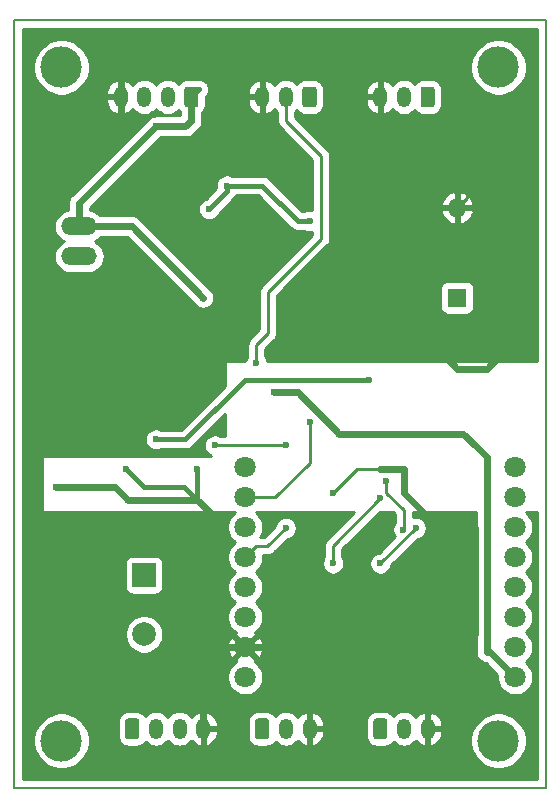
<source format=gbr>
%TF.GenerationSoftware,KiCad,Pcbnew,5.1.1*%
%TF.CreationDate,2019-04-24T12:59:08+01:00*%
%TF.ProjectId,ESP8266_home_battery_controller,45535038-3236-4365-9f68-6f6d655f6261,0.6*%
%TF.SameCoordinates,Original*%
%TF.FileFunction,Copper,L2,Bot*%
%TF.FilePolarity,Positive*%
%FSLAX46Y46*%
G04 Gerber Fmt 4.6, Leading zero omitted, Abs format (unit mm)*
G04 Created by KiCad (PCBNEW 5.1.1) date 2019-04-24 12:59:08*
%MOMM*%
%LPD*%
G04 APERTURE LIST*
%ADD10C,0.150000*%
%ADD11O,1.200000X1.750000*%
%ADD12C,0.100000*%
%ADD13C,1.200000*%
%ADD14C,1.800000*%
%ADD15C,3.500000*%
%ADD16O,3.010000X1.510000*%
%ADD17C,2.000000*%
%ADD18R,2.000000X2.000000*%
%ADD19R,1.600000X1.600000*%
%ADD20O,1.600000X1.600000*%
%ADD21C,0.600000*%
%ADD22C,0.600000*%
%ADD23C,0.250000*%
%ADD24C,0.400000*%
%ADD25C,0.254000*%
G04 APERTURE END LIST*
D10*
X150000000Y-55000000D02*
X195000000Y-55000000D01*
X150000000Y-120000000D02*
X150000000Y-55000000D01*
X195000000Y-120000000D02*
X150000000Y-120000000D01*
X195000000Y-55000000D02*
X195000000Y-120000000D01*
D11*
X171000000Y-61500000D03*
X173000000Y-61500000D03*
D12*
G36*
X175374505Y-60626204D02*
G01*
X175398773Y-60629804D01*
X175422572Y-60635765D01*
X175445671Y-60644030D01*
X175467850Y-60654520D01*
X175488893Y-60667132D01*
X175508599Y-60681747D01*
X175526777Y-60698223D01*
X175543253Y-60716401D01*
X175557868Y-60736107D01*
X175570480Y-60757150D01*
X175580970Y-60779329D01*
X175589235Y-60802428D01*
X175595196Y-60826227D01*
X175598796Y-60850495D01*
X175600000Y-60874999D01*
X175600000Y-62125001D01*
X175598796Y-62149505D01*
X175595196Y-62173773D01*
X175589235Y-62197572D01*
X175580970Y-62220671D01*
X175570480Y-62242850D01*
X175557868Y-62263893D01*
X175543253Y-62283599D01*
X175526777Y-62301777D01*
X175508599Y-62318253D01*
X175488893Y-62332868D01*
X175467850Y-62345480D01*
X175445671Y-62355970D01*
X175422572Y-62364235D01*
X175398773Y-62370196D01*
X175374505Y-62373796D01*
X175350001Y-62375000D01*
X174649999Y-62375000D01*
X174625495Y-62373796D01*
X174601227Y-62370196D01*
X174577428Y-62364235D01*
X174554329Y-62355970D01*
X174532150Y-62345480D01*
X174511107Y-62332868D01*
X174491401Y-62318253D01*
X174473223Y-62301777D01*
X174456747Y-62283599D01*
X174442132Y-62263893D01*
X174429520Y-62242850D01*
X174419030Y-62220671D01*
X174410765Y-62197572D01*
X174404804Y-62173773D01*
X174401204Y-62149505D01*
X174400000Y-62125001D01*
X174400000Y-60874999D01*
X174401204Y-60850495D01*
X174404804Y-60826227D01*
X174410765Y-60802428D01*
X174419030Y-60779329D01*
X174429520Y-60757150D01*
X174442132Y-60736107D01*
X174456747Y-60716401D01*
X174473223Y-60698223D01*
X174491401Y-60681747D01*
X174511107Y-60667132D01*
X174532150Y-60654520D01*
X174554329Y-60644030D01*
X174577428Y-60635765D01*
X174601227Y-60629804D01*
X174625495Y-60626204D01*
X174649999Y-60625000D01*
X175350001Y-60625000D01*
X175374505Y-60626204D01*
X175374505Y-60626204D01*
G37*
D13*
X175000000Y-61500000D03*
D14*
X169570000Y-92840000D03*
X169570000Y-95380000D03*
X169570000Y-97920000D03*
X169570000Y-100460000D03*
X169570000Y-103000000D03*
X169570000Y-105540000D03*
X169570000Y-108080000D03*
X169570000Y-110620000D03*
X192430000Y-110620000D03*
X192430000Y-108080000D03*
X192430000Y-105540000D03*
X192430000Y-103000000D03*
X192430000Y-100460000D03*
X192430000Y-97920000D03*
X192430000Y-95380000D03*
X192430000Y-92840000D03*
D15*
X191000000Y-116000000D03*
D16*
X155500000Y-75000000D03*
X155500000Y-72460000D03*
D15*
X154000000Y-59000000D03*
X191000000Y-59000000D03*
X154000000Y-116000000D03*
D12*
G36*
X165374505Y-60626204D02*
G01*
X165398773Y-60629804D01*
X165422572Y-60635765D01*
X165445671Y-60644030D01*
X165467850Y-60654520D01*
X165488893Y-60667132D01*
X165508599Y-60681747D01*
X165526777Y-60698223D01*
X165543253Y-60716401D01*
X165557868Y-60736107D01*
X165570480Y-60757150D01*
X165580970Y-60779329D01*
X165589235Y-60802428D01*
X165595196Y-60826227D01*
X165598796Y-60850495D01*
X165600000Y-60874999D01*
X165600000Y-62125001D01*
X165598796Y-62149505D01*
X165595196Y-62173773D01*
X165589235Y-62197572D01*
X165580970Y-62220671D01*
X165570480Y-62242850D01*
X165557868Y-62263893D01*
X165543253Y-62283599D01*
X165526777Y-62301777D01*
X165508599Y-62318253D01*
X165488893Y-62332868D01*
X165467850Y-62345480D01*
X165445671Y-62355970D01*
X165422572Y-62364235D01*
X165398773Y-62370196D01*
X165374505Y-62373796D01*
X165350001Y-62375000D01*
X164649999Y-62375000D01*
X164625495Y-62373796D01*
X164601227Y-62370196D01*
X164577428Y-62364235D01*
X164554329Y-62355970D01*
X164532150Y-62345480D01*
X164511107Y-62332868D01*
X164491401Y-62318253D01*
X164473223Y-62301777D01*
X164456747Y-62283599D01*
X164442132Y-62263893D01*
X164429520Y-62242850D01*
X164419030Y-62220671D01*
X164410765Y-62197572D01*
X164404804Y-62173773D01*
X164401204Y-62149505D01*
X164400000Y-62125001D01*
X164400000Y-60874999D01*
X164401204Y-60850495D01*
X164404804Y-60826227D01*
X164410765Y-60802428D01*
X164419030Y-60779329D01*
X164429520Y-60757150D01*
X164442132Y-60736107D01*
X164456747Y-60716401D01*
X164473223Y-60698223D01*
X164491401Y-60681747D01*
X164511107Y-60667132D01*
X164532150Y-60654520D01*
X164554329Y-60644030D01*
X164577428Y-60635765D01*
X164601227Y-60629804D01*
X164625495Y-60626204D01*
X164649999Y-60625000D01*
X165350001Y-60625000D01*
X165374505Y-60626204D01*
X165374505Y-60626204D01*
G37*
D13*
X165000000Y-61500000D03*
D11*
X163000000Y-61500000D03*
X161000000Y-61500000D03*
X159000000Y-61500000D03*
X175000000Y-115000000D03*
X173000000Y-115000000D03*
D12*
G36*
X171374505Y-114126204D02*
G01*
X171398773Y-114129804D01*
X171422572Y-114135765D01*
X171445671Y-114144030D01*
X171467850Y-114154520D01*
X171488893Y-114167132D01*
X171508599Y-114181747D01*
X171526777Y-114198223D01*
X171543253Y-114216401D01*
X171557868Y-114236107D01*
X171570480Y-114257150D01*
X171580970Y-114279329D01*
X171589235Y-114302428D01*
X171595196Y-114326227D01*
X171598796Y-114350495D01*
X171600000Y-114374999D01*
X171600000Y-115625001D01*
X171598796Y-115649505D01*
X171595196Y-115673773D01*
X171589235Y-115697572D01*
X171580970Y-115720671D01*
X171570480Y-115742850D01*
X171557868Y-115763893D01*
X171543253Y-115783599D01*
X171526777Y-115801777D01*
X171508599Y-115818253D01*
X171488893Y-115832868D01*
X171467850Y-115845480D01*
X171445671Y-115855970D01*
X171422572Y-115864235D01*
X171398773Y-115870196D01*
X171374505Y-115873796D01*
X171350001Y-115875000D01*
X170649999Y-115875000D01*
X170625495Y-115873796D01*
X170601227Y-115870196D01*
X170577428Y-115864235D01*
X170554329Y-115855970D01*
X170532150Y-115845480D01*
X170511107Y-115832868D01*
X170491401Y-115818253D01*
X170473223Y-115801777D01*
X170456747Y-115783599D01*
X170442132Y-115763893D01*
X170429520Y-115742850D01*
X170419030Y-115720671D01*
X170410765Y-115697572D01*
X170404804Y-115673773D01*
X170401204Y-115649505D01*
X170400000Y-115625001D01*
X170400000Y-114374999D01*
X170401204Y-114350495D01*
X170404804Y-114326227D01*
X170410765Y-114302428D01*
X170419030Y-114279329D01*
X170429520Y-114257150D01*
X170442132Y-114236107D01*
X170456747Y-114216401D01*
X170473223Y-114198223D01*
X170491401Y-114181747D01*
X170511107Y-114167132D01*
X170532150Y-114154520D01*
X170554329Y-114144030D01*
X170577428Y-114135765D01*
X170601227Y-114129804D01*
X170625495Y-114126204D01*
X170649999Y-114125000D01*
X171350001Y-114125000D01*
X171374505Y-114126204D01*
X171374505Y-114126204D01*
G37*
D13*
X171000000Y-115000000D03*
D12*
G36*
X185374505Y-60626204D02*
G01*
X185398773Y-60629804D01*
X185422572Y-60635765D01*
X185445671Y-60644030D01*
X185467850Y-60654520D01*
X185488893Y-60667132D01*
X185508599Y-60681747D01*
X185526777Y-60698223D01*
X185543253Y-60716401D01*
X185557868Y-60736107D01*
X185570480Y-60757150D01*
X185580970Y-60779329D01*
X185589235Y-60802428D01*
X185595196Y-60826227D01*
X185598796Y-60850495D01*
X185600000Y-60874999D01*
X185600000Y-62125001D01*
X185598796Y-62149505D01*
X185595196Y-62173773D01*
X185589235Y-62197572D01*
X185580970Y-62220671D01*
X185570480Y-62242850D01*
X185557868Y-62263893D01*
X185543253Y-62283599D01*
X185526777Y-62301777D01*
X185508599Y-62318253D01*
X185488893Y-62332868D01*
X185467850Y-62345480D01*
X185445671Y-62355970D01*
X185422572Y-62364235D01*
X185398773Y-62370196D01*
X185374505Y-62373796D01*
X185350001Y-62375000D01*
X184649999Y-62375000D01*
X184625495Y-62373796D01*
X184601227Y-62370196D01*
X184577428Y-62364235D01*
X184554329Y-62355970D01*
X184532150Y-62345480D01*
X184511107Y-62332868D01*
X184491401Y-62318253D01*
X184473223Y-62301777D01*
X184456747Y-62283599D01*
X184442132Y-62263893D01*
X184429520Y-62242850D01*
X184419030Y-62220671D01*
X184410765Y-62197572D01*
X184404804Y-62173773D01*
X184401204Y-62149505D01*
X184400000Y-62125001D01*
X184400000Y-60874999D01*
X184401204Y-60850495D01*
X184404804Y-60826227D01*
X184410765Y-60802428D01*
X184419030Y-60779329D01*
X184429520Y-60757150D01*
X184442132Y-60736107D01*
X184456747Y-60716401D01*
X184473223Y-60698223D01*
X184491401Y-60681747D01*
X184511107Y-60667132D01*
X184532150Y-60654520D01*
X184554329Y-60644030D01*
X184577428Y-60635765D01*
X184601227Y-60629804D01*
X184625495Y-60626204D01*
X184649999Y-60625000D01*
X185350001Y-60625000D01*
X185374505Y-60626204D01*
X185374505Y-60626204D01*
G37*
D13*
X185000000Y-61500000D03*
D11*
X183000000Y-61500000D03*
X181000000Y-61500000D03*
D12*
G36*
X181374505Y-114126204D02*
G01*
X181398773Y-114129804D01*
X181422572Y-114135765D01*
X181445671Y-114144030D01*
X181467850Y-114154520D01*
X181488893Y-114167132D01*
X181508599Y-114181747D01*
X181526777Y-114198223D01*
X181543253Y-114216401D01*
X181557868Y-114236107D01*
X181570480Y-114257150D01*
X181580970Y-114279329D01*
X181589235Y-114302428D01*
X181595196Y-114326227D01*
X181598796Y-114350495D01*
X181600000Y-114374999D01*
X181600000Y-115625001D01*
X181598796Y-115649505D01*
X181595196Y-115673773D01*
X181589235Y-115697572D01*
X181580970Y-115720671D01*
X181570480Y-115742850D01*
X181557868Y-115763893D01*
X181543253Y-115783599D01*
X181526777Y-115801777D01*
X181508599Y-115818253D01*
X181488893Y-115832868D01*
X181467850Y-115845480D01*
X181445671Y-115855970D01*
X181422572Y-115864235D01*
X181398773Y-115870196D01*
X181374505Y-115873796D01*
X181350001Y-115875000D01*
X180649999Y-115875000D01*
X180625495Y-115873796D01*
X180601227Y-115870196D01*
X180577428Y-115864235D01*
X180554329Y-115855970D01*
X180532150Y-115845480D01*
X180511107Y-115832868D01*
X180491401Y-115818253D01*
X180473223Y-115801777D01*
X180456747Y-115783599D01*
X180442132Y-115763893D01*
X180429520Y-115742850D01*
X180419030Y-115720671D01*
X180410765Y-115697572D01*
X180404804Y-115673773D01*
X180401204Y-115649505D01*
X180400000Y-115625001D01*
X180400000Y-114374999D01*
X180401204Y-114350495D01*
X180404804Y-114326227D01*
X180410765Y-114302428D01*
X180419030Y-114279329D01*
X180429520Y-114257150D01*
X180442132Y-114236107D01*
X180456747Y-114216401D01*
X180473223Y-114198223D01*
X180491401Y-114181747D01*
X180511107Y-114167132D01*
X180532150Y-114154520D01*
X180554329Y-114144030D01*
X180577428Y-114135765D01*
X180601227Y-114129804D01*
X180625495Y-114126204D01*
X180649999Y-114125000D01*
X181350001Y-114125000D01*
X181374505Y-114126204D01*
X181374505Y-114126204D01*
G37*
D13*
X181000000Y-115000000D03*
D11*
X183000000Y-115000000D03*
X185000000Y-115000000D03*
D12*
G36*
X160374505Y-114126204D02*
G01*
X160398773Y-114129804D01*
X160422572Y-114135765D01*
X160445671Y-114144030D01*
X160467850Y-114154520D01*
X160488893Y-114167132D01*
X160508599Y-114181747D01*
X160526777Y-114198223D01*
X160543253Y-114216401D01*
X160557868Y-114236107D01*
X160570480Y-114257150D01*
X160580970Y-114279329D01*
X160589235Y-114302428D01*
X160595196Y-114326227D01*
X160598796Y-114350495D01*
X160600000Y-114374999D01*
X160600000Y-115625001D01*
X160598796Y-115649505D01*
X160595196Y-115673773D01*
X160589235Y-115697572D01*
X160580970Y-115720671D01*
X160570480Y-115742850D01*
X160557868Y-115763893D01*
X160543253Y-115783599D01*
X160526777Y-115801777D01*
X160508599Y-115818253D01*
X160488893Y-115832868D01*
X160467850Y-115845480D01*
X160445671Y-115855970D01*
X160422572Y-115864235D01*
X160398773Y-115870196D01*
X160374505Y-115873796D01*
X160350001Y-115875000D01*
X159649999Y-115875000D01*
X159625495Y-115873796D01*
X159601227Y-115870196D01*
X159577428Y-115864235D01*
X159554329Y-115855970D01*
X159532150Y-115845480D01*
X159511107Y-115832868D01*
X159491401Y-115818253D01*
X159473223Y-115801777D01*
X159456747Y-115783599D01*
X159442132Y-115763893D01*
X159429520Y-115742850D01*
X159419030Y-115720671D01*
X159410765Y-115697572D01*
X159404804Y-115673773D01*
X159401204Y-115649505D01*
X159400000Y-115625001D01*
X159400000Y-114374999D01*
X159401204Y-114350495D01*
X159404804Y-114326227D01*
X159410765Y-114302428D01*
X159419030Y-114279329D01*
X159429520Y-114257150D01*
X159442132Y-114236107D01*
X159456747Y-114216401D01*
X159473223Y-114198223D01*
X159491401Y-114181747D01*
X159511107Y-114167132D01*
X159532150Y-114154520D01*
X159554329Y-114144030D01*
X159577428Y-114135765D01*
X159601227Y-114129804D01*
X159625495Y-114126204D01*
X159649999Y-114125000D01*
X160350001Y-114125000D01*
X160374505Y-114126204D01*
X160374505Y-114126204D01*
G37*
D13*
X160000000Y-115000000D03*
D11*
X162000000Y-115000000D03*
X164000000Y-115000000D03*
X166000000Y-115000000D03*
D17*
X161000000Y-107000000D03*
D18*
X161000000Y-102000000D03*
D19*
X187500000Y-78500000D03*
D20*
X187500000Y-70880000D03*
D21*
X186000000Y-98000000D03*
X184000000Y-108000000D03*
X185000000Y-82000000D03*
X177000000Y-95000000D03*
X190000000Y-84500000D03*
X159500000Y-93000000D03*
X165500000Y-95600000D03*
X153500000Y-94500000D03*
X165500000Y-93000000D03*
X189000000Y-107000000D03*
X167000000Y-108500000D03*
X159600000Y-95600000D03*
X155000000Y-80000000D03*
X180000000Y-85500000D03*
X162000000Y-90500000D03*
X190000000Y-102000000D03*
X162000000Y-64000000D03*
X168000000Y-69000000D03*
X175000000Y-72000000D03*
X177500000Y-90000000D03*
X166000000Y-78500000D03*
X172000000Y-86500000D03*
X166500000Y-71000000D03*
X173000000Y-98000000D03*
X175000000Y-89000000D03*
X170500000Y-84000000D03*
X177000000Y-101000000D03*
X181000000Y-95500000D03*
X184000000Y-98000000D03*
X181000000Y-101000000D03*
X182945150Y-98125000D03*
X181500000Y-94000000D03*
X167000000Y-91000000D03*
X173000000Y-91000000D03*
D22*
X174000000Y-110000000D02*
X172000000Y-108000000D01*
X171920000Y-108080000D02*
X169570000Y-108080000D01*
X172000000Y-108000000D02*
X171920000Y-108080000D01*
X189000000Y-98000000D02*
X189000000Y-107000000D01*
X189000000Y-107000000D02*
X186000000Y-110000000D01*
X181000000Y-93000000D02*
X183000000Y-93000000D01*
X183000000Y-93000000D02*
X183000000Y-95000000D01*
X183000000Y-95000000D02*
X186000000Y-98000000D01*
X186000000Y-98000000D02*
X189000000Y-98000000D01*
D23*
X184000000Y-108000000D02*
X184000000Y-110000000D01*
D22*
X186000000Y-110000000D02*
X184000000Y-110000000D01*
X184000000Y-110000000D02*
X174000000Y-110000000D01*
D23*
X181000000Y-93000000D02*
X179000000Y-93000000D01*
X179000000Y-93000000D02*
X177000000Y-95000000D01*
D22*
X167420000Y-108080000D02*
X169570000Y-108080000D01*
X167000000Y-108500000D02*
X167420000Y-108080000D01*
D24*
X159500000Y-93000000D02*
X161000000Y-94500000D01*
X161000000Y-94500000D02*
X164400000Y-94500000D01*
X164400000Y-94500000D02*
X165500000Y-95600000D01*
D22*
X167000000Y-97100000D02*
X165500000Y-95600000D01*
X153500000Y-94500000D02*
X158500000Y-94500000D01*
X159600000Y-95600000D02*
X165500000Y-95600000D01*
X158500000Y-94500000D02*
X159600000Y-95600000D01*
X155000000Y-80000000D02*
X152000000Y-77000000D01*
X159000000Y-62975000D02*
X159000000Y-61500000D01*
X152000000Y-77000000D02*
X152000000Y-69975000D01*
X167000000Y-104500000D02*
X167000000Y-97100000D01*
D24*
X165500000Y-93000000D02*
X165500000Y-95600000D01*
D22*
X152000000Y-77000000D02*
X152000000Y-109000000D01*
D24*
X186000000Y-112725000D02*
X186000000Y-110000000D01*
X185000000Y-113725000D02*
X186000000Y-112725000D01*
X185000000Y-115000000D02*
X185000000Y-113725000D01*
X175000000Y-111000000D02*
X174000000Y-110000000D01*
X175000000Y-115000000D02*
X175000000Y-111000000D01*
D22*
X167000000Y-111225000D02*
X167000000Y-108500000D01*
X166000000Y-113525000D02*
X167000000Y-112525000D01*
X167000000Y-112525000D02*
X167000000Y-111225000D01*
X166000000Y-115000000D02*
X166000000Y-113525000D01*
X152000000Y-69975000D02*
X155000000Y-66975000D01*
X155000000Y-66975000D02*
X159000000Y-62975000D01*
X187500000Y-84500000D02*
X185000000Y-82000000D01*
X190000000Y-84500000D02*
X187500000Y-84500000D01*
X167000000Y-108500000D02*
X167000000Y-104500000D01*
X159000000Y-61500000D02*
X159000000Y-59000000D01*
X159000000Y-59000000D02*
X160500000Y-57500000D01*
X160500000Y-57500000D02*
X186000000Y-57500000D01*
X186000000Y-57500000D02*
X187500000Y-59000000D01*
X187500000Y-59000000D02*
X187500000Y-61000000D01*
X187500000Y-61000000D02*
X189500000Y-63000000D01*
X189500000Y-63000000D02*
X192000000Y-63000000D01*
X192000000Y-63000000D02*
X193500000Y-64500000D01*
X193500000Y-81000000D02*
X190000000Y-84500000D01*
X193500000Y-64500000D02*
X193500000Y-81000000D01*
D23*
X188299999Y-64200001D02*
X189500000Y-63000000D01*
X188299999Y-70080001D02*
X188299999Y-64200001D01*
X187500000Y-70880000D02*
X188299999Y-70080001D01*
D24*
X169500000Y-85500000D02*
X180000000Y-85500000D01*
X164500000Y-90500000D02*
X169500000Y-85500000D01*
X164500000Y-90500000D02*
X162000000Y-90500000D01*
D22*
X190000000Y-102000000D02*
X190000000Y-92000000D01*
X190000000Y-92000000D02*
X189000000Y-91000000D01*
X189000000Y-91000000D02*
X188000000Y-90000000D01*
X188000000Y-90000000D02*
X183000000Y-90000000D01*
X155500000Y-70500000D02*
X162000000Y-64000000D01*
X155500000Y-72460000D02*
X155500000Y-70500000D01*
X162000000Y-64000000D02*
X164500000Y-64000000D01*
X165000000Y-63500000D02*
X165000000Y-61500000D01*
X164500000Y-64000000D02*
X165000000Y-63500000D01*
D24*
X165000000Y-61500000D02*
X165670710Y-60829290D01*
X168000000Y-69000000D02*
X171000000Y-69000000D01*
X171000000Y-69000000D02*
X174000000Y-72000000D01*
X174000000Y-72000000D02*
X175000000Y-72000000D01*
D22*
X177500000Y-90000000D02*
X183000000Y-90000000D01*
X155500000Y-72460000D02*
X159960000Y-72460000D01*
X159960000Y-72460000D02*
X166000000Y-78500000D01*
X174000000Y-86500000D02*
X177500000Y-90000000D01*
X172000000Y-86500000D02*
X174000000Y-86500000D01*
X190000000Y-102000000D02*
X190000000Y-108500000D01*
X190310000Y-108500000D02*
X192430000Y-110620000D01*
X190000000Y-108500000D02*
X190310000Y-108500000D01*
D24*
X168000000Y-69000000D02*
X168000000Y-69500000D01*
X168000000Y-69500000D02*
X166500000Y-71000000D01*
X166500000Y-71000000D02*
X166500000Y-71000000D01*
D23*
X170469999Y-99560001D02*
X171439999Y-99560001D01*
X169570000Y-100460000D02*
X170469999Y-99560001D01*
X171439999Y-99560001D02*
X173000000Y-98000000D01*
X169570000Y-95380000D02*
X172120000Y-95380000D01*
X172120000Y-95380000D02*
X175000000Y-92500000D01*
X175000000Y-92500000D02*
X175000000Y-89000000D01*
X175000000Y-89000000D02*
X175000000Y-89000000D01*
X173000000Y-63500000D02*
X173000000Y-61500000D01*
X170500000Y-84000000D02*
X170500000Y-82500000D01*
X170500000Y-82500000D02*
X171500000Y-81500000D01*
X176000000Y-73500000D02*
X176000000Y-66500000D01*
X171500000Y-81500000D02*
X171500000Y-78000000D01*
X171500000Y-78000000D02*
X176000000Y-73500000D01*
X176000000Y-66500000D02*
X173000000Y-63500000D01*
X177000000Y-101000000D02*
X177000000Y-99500000D01*
X177000000Y-99500000D02*
X181000000Y-95500000D01*
X181000000Y-101000000D02*
X184000000Y-98000000D01*
X183000000Y-98000000D02*
X183000000Y-96500000D01*
X183000000Y-96500000D02*
X181500000Y-95000000D01*
X181500000Y-95000000D02*
X181500000Y-94000000D01*
X167000000Y-91000000D02*
X173000000Y-91000000D01*
D25*
G36*
X194290000Y-83873000D02*
G01*
X171428056Y-83873000D01*
X171399068Y-83727271D01*
X171328586Y-83557111D01*
X171260000Y-83454465D01*
X171260000Y-82814801D01*
X172011004Y-82063798D01*
X172040001Y-82040001D01*
X172134974Y-81924276D01*
X172205546Y-81792247D01*
X172249003Y-81648986D01*
X172260000Y-81537333D01*
X172260000Y-81537332D01*
X172263677Y-81500000D01*
X172260000Y-81462667D01*
X172260000Y-78314801D01*
X172874801Y-77700000D01*
X186061928Y-77700000D01*
X186061928Y-79300000D01*
X186074188Y-79424482D01*
X186110498Y-79544180D01*
X186169463Y-79654494D01*
X186248815Y-79751185D01*
X186345506Y-79830537D01*
X186455820Y-79889502D01*
X186575518Y-79925812D01*
X186700000Y-79938072D01*
X188300000Y-79938072D01*
X188424482Y-79925812D01*
X188544180Y-79889502D01*
X188654494Y-79830537D01*
X188751185Y-79751185D01*
X188830537Y-79654494D01*
X188889502Y-79544180D01*
X188925812Y-79424482D01*
X188938072Y-79300000D01*
X188938072Y-77700000D01*
X188925812Y-77575518D01*
X188889502Y-77455820D01*
X188830537Y-77345506D01*
X188751185Y-77248815D01*
X188654494Y-77169463D01*
X188544180Y-77110498D01*
X188424482Y-77074188D01*
X188300000Y-77061928D01*
X186700000Y-77061928D01*
X186575518Y-77074188D01*
X186455820Y-77110498D01*
X186345506Y-77169463D01*
X186248815Y-77248815D01*
X186169463Y-77345506D01*
X186110498Y-77455820D01*
X186074188Y-77575518D01*
X186061928Y-77700000D01*
X172874801Y-77700000D01*
X176511004Y-74063798D01*
X176540001Y-74040001D01*
X176566332Y-74007917D01*
X176634974Y-73924277D01*
X176705546Y-73792247D01*
X176730618Y-73709594D01*
X176749003Y-73648986D01*
X176760000Y-73537333D01*
X176760000Y-73537324D01*
X176763676Y-73500001D01*
X176760000Y-73462678D01*
X176760000Y-71229040D01*
X186108091Y-71229040D01*
X186202930Y-71493881D01*
X186347615Y-71735131D01*
X186536586Y-71943519D01*
X186762580Y-72111037D01*
X187016913Y-72231246D01*
X187150961Y-72271904D01*
X187373000Y-72149915D01*
X187373000Y-71007000D01*
X187627000Y-71007000D01*
X187627000Y-72149915D01*
X187849039Y-72271904D01*
X187983087Y-72231246D01*
X188237420Y-72111037D01*
X188463414Y-71943519D01*
X188652385Y-71735131D01*
X188797070Y-71493881D01*
X188891909Y-71229040D01*
X188770624Y-71007000D01*
X187627000Y-71007000D01*
X187373000Y-71007000D01*
X186229376Y-71007000D01*
X186108091Y-71229040D01*
X176760000Y-71229040D01*
X176760000Y-70530960D01*
X186108091Y-70530960D01*
X186229376Y-70753000D01*
X187373000Y-70753000D01*
X187373000Y-69610085D01*
X187627000Y-69610085D01*
X187627000Y-70753000D01*
X188770624Y-70753000D01*
X188891909Y-70530960D01*
X188797070Y-70266119D01*
X188652385Y-70024869D01*
X188463414Y-69816481D01*
X188237420Y-69648963D01*
X187983087Y-69528754D01*
X187849039Y-69488096D01*
X187627000Y-69610085D01*
X187373000Y-69610085D01*
X187150961Y-69488096D01*
X187016913Y-69528754D01*
X186762580Y-69648963D01*
X186536586Y-69816481D01*
X186347615Y-70024869D01*
X186202930Y-70266119D01*
X186108091Y-70530960D01*
X176760000Y-70530960D01*
X176760000Y-66537325D01*
X176763676Y-66500000D01*
X176760000Y-66462675D01*
X176760000Y-66462667D01*
X176749003Y-66351014D01*
X176705546Y-66207753D01*
X176634974Y-66075724D01*
X176540001Y-65959999D01*
X176511003Y-65936201D01*
X173760000Y-63185199D01*
X173760000Y-62748933D01*
X173877502Y-62652502D01*
X173909191Y-62613889D01*
X173911595Y-62618387D01*
X174022038Y-62752962D01*
X174156613Y-62863405D01*
X174310149Y-62945472D01*
X174476745Y-62996008D01*
X174649999Y-63013072D01*
X175350001Y-63013072D01*
X175523255Y-62996008D01*
X175689851Y-62945472D01*
X175843387Y-62863405D01*
X175977962Y-62752962D01*
X176088405Y-62618387D01*
X176170472Y-62464851D01*
X176221008Y-62298255D01*
X176238072Y-62125001D01*
X176238072Y-61627000D01*
X179765000Y-61627000D01*
X179765000Y-61902000D01*
X179813507Y-62140496D01*
X179907610Y-62364946D01*
X180043693Y-62566725D01*
X180216526Y-62738078D01*
X180419467Y-62872421D01*
X180644718Y-62964591D01*
X180682391Y-62968462D01*
X180873000Y-62843731D01*
X180873000Y-61627000D01*
X179765000Y-61627000D01*
X176238072Y-61627000D01*
X176238072Y-61098000D01*
X179765000Y-61098000D01*
X179765000Y-61373000D01*
X180873000Y-61373000D01*
X180873000Y-60156269D01*
X181127000Y-60156269D01*
X181127000Y-61373000D01*
X181147000Y-61373000D01*
X181147000Y-61627000D01*
X181127000Y-61627000D01*
X181127000Y-62843731D01*
X181317609Y-62968462D01*
X181355282Y-62964591D01*
X181580533Y-62872421D01*
X181783474Y-62738078D01*
X181956307Y-62566725D01*
X181999519Y-62502651D01*
X182122498Y-62652502D01*
X182310551Y-62806833D01*
X182525099Y-62921511D01*
X182757898Y-62992130D01*
X183000000Y-63015975D01*
X183242101Y-62992130D01*
X183474900Y-62921511D01*
X183689448Y-62806833D01*
X183877502Y-62652502D01*
X183909191Y-62613889D01*
X183911595Y-62618387D01*
X184022038Y-62752962D01*
X184156613Y-62863405D01*
X184310149Y-62945472D01*
X184476745Y-62996008D01*
X184649999Y-63013072D01*
X185350001Y-63013072D01*
X185523255Y-62996008D01*
X185689851Y-62945472D01*
X185843387Y-62863405D01*
X185977962Y-62752962D01*
X186088405Y-62618387D01*
X186170472Y-62464851D01*
X186221008Y-62298255D01*
X186238072Y-62125001D01*
X186238072Y-60874999D01*
X186221008Y-60701745D01*
X186170472Y-60535149D01*
X186088405Y-60381613D01*
X185977962Y-60247038D01*
X185843387Y-60136595D01*
X185689851Y-60054528D01*
X185523255Y-60003992D01*
X185350001Y-59986928D01*
X184649999Y-59986928D01*
X184476745Y-60003992D01*
X184310149Y-60054528D01*
X184156613Y-60136595D01*
X184022038Y-60247038D01*
X183911595Y-60381613D01*
X183909191Y-60386111D01*
X183877502Y-60347498D01*
X183689449Y-60193167D01*
X183474901Y-60078489D01*
X183242102Y-60007870D01*
X183000000Y-59984025D01*
X182757899Y-60007870D01*
X182525100Y-60078489D01*
X182310552Y-60193167D01*
X182122499Y-60347498D01*
X181999520Y-60497349D01*
X181956307Y-60433275D01*
X181783474Y-60261922D01*
X181580533Y-60127579D01*
X181355282Y-60035409D01*
X181317609Y-60031538D01*
X181127000Y-60156269D01*
X180873000Y-60156269D01*
X180682391Y-60031538D01*
X180644718Y-60035409D01*
X180419467Y-60127579D01*
X180216526Y-60261922D01*
X180043693Y-60433275D01*
X179907610Y-60635054D01*
X179813507Y-60859504D01*
X179765000Y-61098000D01*
X176238072Y-61098000D01*
X176238072Y-60874999D01*
X176221008Y-60701745D01*
X176170472Y-60535149D01*
X176088405Y-60381613D01*
X175977962Y-60247038D01*
X175843387Y-60136595D01*
X175689851Y-60054528D01*
X175523255Y-60003992D01*
X175350001Y-59986928D01*
X174649999Y-59986928D01*
X174476745Y-60003992D01*
X174310149Y-60054528D01*
X174156613Y-60136595D01*
X174022038Y-60247038D01*
X173911595Y-60381613D01*
X173909191Y-60386111D01*
X173877502Y-60347498D01*
X173689449Y-60193167D01*
X173474901Y-60078489D01*
X173242102Y-60007870D01*
X173000000Y-59984025D01*
X172757899Y-60007870D01*
X172525100Y-60078489D01*
X172310552Y-60193167D01*
X172122499Y-60347498D01*
X171999520Y-60497349D01*
X171956307Y-60433275D01*
X171783474Y-60261922D01*
X171580533Y-60127579D01*
X171355282Y-60035409D01*
X171317609Y-60031538D01*
X171127000Y-60156269D01*
X171127000Y-61373000D01*
X171147000Y-61373000D01*
X171147000Y-61627000D01*
X171127000Y-61627000D01*
X171127000Y-62843731D01*
X171317609Y-62968462D01*
X171355282Y-62964591D01*
X171580533Y-62872421D01*
X171783474Y-62738078D01*
X171956307Y-62566725D01*
X171999519Y-62502651D01*
X172122498Y-62652502D01*
X172240000Y-62748934D01*
X172240000Y-63462677D01*
X172236324Y-63500000D01*
X172240000Y-63537322D01*
X172240000Y-63537332D01*
X172250997Y-63648985D01*
X172294454Y-63792246D01*
X172365026Y-63924276D01*
X172404871Y-63972826D01*
X172459999Y-64040001D01*
X172489003Y-64063804D01*
X175240001Y-66814803D01*
X175240000Y-71094422D01*
X175092089Y-71065000D01*
X174907911Y-71065000D01*
X174727271Y-71100932D01*
X174572596Y-71165000D01*
X174345869Y-71165000D01*
X171619446Y-68438579D01*
X171593291Y-68406709D01*
X171466146Y-68302364D01*
X171321087Y-68224828D01*
X171163689Y-68177082D01*
X171041019Y-68165000D01*
X171041018Y-68165000D01*
X171000000Y-68160960D01*
X170958982Y-68165000D01*
X168427404Y-68165000D01*
X168272729Y-68100932D01*
X168092089Y-68065000D01*
X167907911Y-68065000D01*
X167727271Y-68100932D01*
X167557111Y-68171414D01*
X167403972Y-68273738D01*
X167273738Y-68403972D01*
X167171414Y-68557111D01*
X167100932Y-68727271D01*
X167065000Y-68907911D01*
X167065000Y-69092089D01*
X167091885Y-69227247D01*
X166211787Y-70107346D01*
X166057111Y-70171414D01*
X165903972Y-70273738D01*
X165773738Y-70403972D01*
X165671414Y-70557111D01*
X165600932Y-70727271D01*
X165565000Y-70907911D01*
X165565000Y-71092089D01*
X165600932Y-71272729D01*
X165671414Y-71442889D01*
X165773738Y-71596028D01*
X165903972Y-71726262D01*
X166057111Y-71828586D01*
X166227271Y-71899068D01*
X166407911Y-71935000D01*
X166592089Y-71935000D01*
X166772729Y-71899068D01*
X166942889Y-71828586D01*
X167096028Y-71726262D01*
X167226262Y-71596028D01*
X167328586Y-71442889D01*
X167392654Y-71288213D01*
X168561426Y-70119441D01*
X168593291Y-70093291D01*
X168697636Y-69966146D01*
X168767735Y-69835000D01*
X170654133Y-69835000D01*
X173380563Y-72561432D01*
X173406709Y-72593291D01*
X173438568Y-72619437D01*
X173438570Y-72619439D01*
X173533854Y-72697636D01*
X173678913Y-72775172D01*
X173836311Y-72822918D01*
X173958981Y-72835000D01*
X173958982Y-72835000D01*
X174000000Y-72839040D01*
X174041018Y-72835000D01*
X174572596Y-72835000D01*
X174727271Y-72899068D01*
X174907911Y-72935000D01*
X175092089Y-72935000D01*
X175240000Y-72905578D01*
X175240000Y-73185198D01*
X170988998Y-77436201D01*
X170960000Y-77459999D01*
X170936202Y-77488997D01*
X170936201Y-77488998D01*
X170865026Y-77575724D01*
X170794454Y-77707754D01*
X170750998Y-77851015D01*
X170736324Y-78000000D01*
X170740001Y-78037332D01*
X170740000Y-81185198D01*
X169988998Y-81936201D01*
X169960000Y-81959999D01*
X169936202Y-81988997D01*
X169936201Y-81988998D01*
X169865026Y-82075724D01*
X169794454Y-82207754D01*
X169750998Y-82351015D01*
X169736324Y-82500000D01*
X169740001Y-82537332D01*
X169740000Y-83454464D01*
X169671414Y-83557111D01*
X169600932Y-83727271D01*
X169571944Y-83873000D01*
X168000000Y-83873000D01*
X167975224Y-83875440D01*
X167951399Y-83882667D01*
X167929443Y-83894403D01*
X167910197Y-83910197D01*
X167894403Y-83929443D01*
X167882667Y-83951399D01*
X167875440Y-83975224D01*
X167873000Y-84000000D01*
X167873000Y-85946131D01*
X164154133Y-89665000D01*
X162427404Y-89665000D01*
X162272729Y-89600932D01*
X162092089Y-89565000D01*
X161907911Y-89565000D01*
X161727271Y-89600932D01*
X161557111Y-89671414D01*
X161403972Y-89773738D01*
X161273738Y-89903972D01*
X161171414Y-90057111D01*
X161100932Y-90227271D01*
X161065000Y-90407911D01*
X161065000Y-90592089D01*
X161100932Y-90772729D01*
X161171414Y-90942889D01*
X161273738Y-91096028D01*
X161403972Y-91226262D01*
X161557111Y-91328586D01*
X161727271Y-91399068D01*
X161907911Y-91435000D01*
X162092089Y-91435000D01*
X162272729Y-91399068D01*
X162427404Y-91335000D01*
X164458982Y-91335000D01*
X164500000Y-91339040D01*
X164541018Y-91335000D01*
X164541019Y-91335000D01*
X164663689Y-91322918D01*
X164821087Y-91275172D01*
X164966146Y-91197636D01*
X165093291Y-91093291D01*
X165119446Y-91061421D01*
X167873000Y-88307868D01*
X167873000Y-90240000D01*
X167545535Y-90240000D01*
X167442889Y-90171414D01*
X167272729Y-90100932D01*
X167092089Y-90065000D01*
X166907911Y-90065000D01*
X166727271Y-90100932D01*
X166557111Y-90171414D01*
X166403972Y-90273738D01*
X166273738Y-90403972D01*
X166171414Y-90557111D01*
X166100932Y-90727271D01*
X166065000Y-90907911D01*
X166065000Y-91092089D01*
X166100932Y-91272729D01*
X166171414Y-91442889D01*
X166273738Y-91596028D01*
X166403972Y-91726262D01*
X166557111Y-91828586D01*
X166664337Y-91873000D01*
X152500000Y-91873000D01*
X152475224Y-91875440D01*
X152451399Y-91882667D01*
X152429443Y-91894403D01*
X152410197Y-91910197D01*
X152394403Y-91929443D01*
X152382667Y-91951399D01*
X152375440Y-91975224D01*
X152373000Y-92000000D01*
X152373000Y-96500000D01*
X152375440Y-96524776D01*
X152382667Y-96548601D01*
X152394403Y-96570557D01*
X152410197Y-96589803D01*
X152429443Y-96605597D01*
X152451399Y-96617333D01*
X152475224Y-96624560D01*
X152500000Y-96627000D01*
X168673341Y-96627000D01*
X168707763Y-96650000D01*
X168591495Y-96727688D01*
X168377688Y-96941495D01*
X168209701Y-97192905D01*
X168093989Y-97472257D01*
X168035000Y-97768816D01*
X168035000Y-98071184D01*
X168093989Y-98367743D01*
X168209701Y-98647095D01*
X168377688Y-98898505D01*
X168591495Y-99112312D01*
X168707763Y-99190000D01*
X168591495Y-99267688D01*
X168377688Y-99481495D01*
X168209701Y-99732905D01*
X168093989Y-100012257D01*
X168035000Y-100308816D01*
X168035000Y-100611184D01*
X168093989Y-100907743D01*
X168209701Y-101187095D01*
X168377688Y-101438505D01*
X168591495Y-101652312D01*
X168707763Y-101730000D01*
X168591495Y-101807688D01*
X168377688Y-102021495D01*
X168209701Y-102272905D01*
X168093989Y-102552257D01*
X168035000Y-102848816D01*
X168035000Y-103151184D01*
X168093989Y-103447743D01*
X168209701Y-103727095D01*
X168377688Y-103978505D01*
X168591495Y-104192312D01*
X168707763Y-104270000D01*
X168591495Y-104347688D01*
X168377688Y-104561495D01*
X168209701Y-104812905D01*
X168093989Y-105092257D01*
X168035000Y-105388816D01*
X168035000Y-105691184D01*
X168093989Y-105987743D01*
X168209701Y-106267095D01*
X168377688Y-106518505D01*
X168591495Y-106732312D01*
X168745105Y-106834951D01*
X168685525Y-107015920D01*
X169570000Y-107900395D01*
X170454475Y-107015920D01*
X170394895Y-106834951D01*
X170548505Y-106732312D01*
X170762312Y-106518505D01*
X170930299Y-106267095D01*
X171046011Y-105987743D01*
X171105000Y-105691184D01*
X171105000Y-105388816D01*
X171046011Y-105092257D01*
X170930299Y-104812905D01*
X170762312Y-104561495D01*
X170548505Y-104347688D01*
X170432237Y-104270000D01*
X170548505Y-104192312D01*
X170762312Y-103978505D01*
X170930299Y-103727095D01*
X171046011Y-103447743D01*
X171105000Y-103151184D01*
X171105000Y-102848816D01*
X171046011Y-102552257D01*
X170930299Y-102272905D01*
X170762312Y-102021495D01*
X170548505Y-101807688D01*
X170432237Y-101730000D01*
X170548505Y-101652312D01*
X170762312Y-101438505D01*
X170930299Y-101187095D01*
X171046011Y-100907743D01*
X171105000Y-100611184D01*
X171105000Y-100320001D01*
X171402677Y-100320001D01*
X171439999Y-100323677D01*
X171477321Y-100320001D01*
X171477332Y-100320001D01*
X171588985Y-100309004D01*
X171732246Y-100265547D01*
X171864275Y-100194975D01*
X171980000Y-100100002D01*
X172003803Y-100070998D01*
X173151649Y-98923153D01*
X173272729Y-98899068D01*
X173442889Y-98828586D01*
X173596028Y-98726262D01*
X173726262Y-98596028D01*
X173828586Y-98442889D01*
X173899068Y-98272729D01*
X173935000Y-98092089D01*
X173935000Y-97907911D01*
X173899068Y-97727271D01*
X173828586Y-97557111D01*
X173726262Y-97403972D01*
X173596028Y-97273738D01*
X173442889Y-97171414D01*
X173272729Y-97100932D01*
X173092089Y-97065000D01*
X172907911Y-97065000D01*
X172727271Y-97100932D01*
X172557111Y-97171414D01*
X172403972Y-97273738D01*
X172273738Y-97403972D01*
X172171414Y-97557111D01*
X172100932Y-97727271D01*
X172076847Y-97848351D01*
X171125198Y-98800001D01*
X170828130Y-98800001D01*
X170930299Y-98647095D01*
X171046011Y-98367743D01*
X171105000Y-98071184D01*
X171105000Y-97768816D01*
X171046011Y-97472257D01*
X170930299Y-97192905D01*
X170762312Y-96941495D01*
X170548505Y-96727688D01*
X170432237Y-96650000D01*
X170466659Y-96627000D01*
X178798198Y-96627000D01*
X176488998Y-98936201D01*
X176460000Y-98959999D01*
X176436202Y-98988997D01*
X176436201Y-98988998D01*
X176365026Y-99075724D01*
X176294454Y-99207754D01*
X176250998Y-99351015D01*
X176236324Y-99500000D01*
X176240001Y-99537332D01*
X176240000Y-100454464D01*
X176171414Y-100557111D01*
X176100932Y-100727271D01*
X176065000Y-100907911D01*
X176065000Y-101092089D01*
X176100932Y-101272729D01*
X176171414Y-101442889D01*
X176273738Y-101596028D01*
X176403972Y-101726262D01*
X176557111Y-101828586D01*
X176727271Y-101899068D01*
X176907911Y-101935000D01*
X177092089Y-101935000D01*
X177272729Y-101899068D01*
X177442889Y-101828586D01*
X177596028Y-101726262D01*
X177726262Y-101596028D01*
X177828586Y-101442889D01*
X177899068Y-101272729D01*
X177935000Y-101092089D01*
X177935000Y-100907911D01*
X177899068Y-100727271D01*
X177828586Y-100557111D01*
X177760000Y-100454465D01*
X177760000Y-99814801D01*
X180947802Y-96627000D01*
X182052198Y-96627000D01*
X182240001Y-96814803D01*
X182240000Y-97507860D01*
X182218888Y-97528972D01*
X182116564Y-97682111D01*
X182046082Y-97852271D01*
X182010150Y-98032911D01*
X182010150Y-98217089D01*
X182046082Y-98397729D01*
X182116564Y-98567889D01*
X182212993Y-98712205D01*
X180848352Y-100076847D01*
X180727271Y-100100932D01*
X180557111Y-100171414D01*
X180403972Y-100273738D01*
X180273738Y-100403972D01*
X180171414Y-100557111D01*
X180100932Y-100727271D01*
X180065000Y-100907911D01*
X180065000Y-101092089D01*
X180100932Y-101272729D01*
X180171414Y-101442889D01*
X180273738Y-101596028D01*
X180403972Y-101726262D01*
X180557111Y-101828586D01*
X180727271Y-101899068D01*
X180907911Y-101935000D01*
X181092089Y-101935000D01*
X181272729Y-101899068D01*
X181442889Y-101828586D01*
X181596028Y-101726262D01*
X181726262Y-101596028D01*
X181828586Y-101442889D01*
X181899068Y-101272729D01*
X181923153Y-101151648D01*
X184151649Y-98923153D01*
X184272729Y-98899068D01*
X184442889Y-98828586D01*
X184596028Y-98726262D01*
X184726262Y-98596028D01*
X184828586Y-98442889D01*
X184899068Y-98272729D01*
X184935000Y-98092089D01*
X184935000Y-97907911D01*
X184899068Y-97727271D01*
X184828586Y-97557111D01*
X184726262Y-97403972D01*
X184596028Y-97273738D01*
X184442889Y-97171414D01*
X184272729Y-97100932D01*
X184092089Y-97065000D01*
X183907911Y-97065000D01*
X183760000Y-97094422D01*
X183760000Y-96627000D01*
X189065001Y-96627000D01*
X189065000Y-101907911D01*
X189065000Y-101954069D01*
X189065001Y-108454058D01*
X189060476Y-108500000D01*
X189078529Y-108683292D01*
X189131993Y-108859540D01*
X189218814Y-109021972D01*
X189335656Y-109164344D01*
X189478028Y-109281186D01*
X189640460Y-109368007D01*
X189816708Y-109421471D01*
X189919285Y-109431574D01*
X190905208Y-110417497D01*
X190895000Y-110468816D01*
X190895000Y-110771184D01*
X190953989Y-111067743D01*
X191069701Y-111347095D01*
X191237688Y-111598505D01*
X191451495Y-111812312D01*
X191702905Y-111980299D01*
X191982257Y-112096011D01*
X192278816Y-112155000D01*
X192581184Y-112155000D01*
X192877743Y-112096011D01*
X193157095Y-111980299D01*
X193408505Y-111812312D01*
X193622312Y-111598505D01*
X193790299Y-111347095D01*
X193906011Y-111067743D01*
X193965000Y-110771184D01*
X193965000Y-110468816D01*
X193906011Y-110172257D01*
X193790299Y-109892905D01*
X193622312Y-109641495D01*
X193408505Y-109427688D01*
X193292237Y-109350000D01*
X193408505Y-109272312D01*
X193622312Y-109058505D01*
X193790299Y-108807095D01*
X193906011Y-108527743D01*
X193965000Y-108231184D01*
X193965000Y-107928816D01*
X193906011Y-107632257D01*
X193790299Y-107352905D01*
X193622312Y-107101495D01*
X193408505Y-106887688D01*
X193292237Y-106810000D01*
X193408505Y-106732312D01*
X193622312Y-106518505D01*
X193790299Y-106267095D01*
X193906011Y-105987743D01*
X193965000Y-105691184D01*
X193965000Y-105388816D01*
X193906011Y-105092257D01*
X193790299Y-104812905D01*
X193622312Y-104561495D01*
X193408505Y-104347688D01*
X193292237Y-104270000D01*
X193408505Y-104192312D01*
X193622312Y-103978505D01*
X193790299Y-103727095D01*
X193906011Y-103447743D01*
X193965000Y-103151184D01*
X193965000Y-102848816D01*
X193906011Y-102552257D01*
X193790299Y-102272905D01*
X193622312Y-102021495D01*
X193408505Y-101807688D01*
X193292237Y-101730000D01*
X193408505Y-101652312D01*
X193622312Y-101438505D01*
X193790299Y-101187095D01*
X193906011Y-100907743D01*
X193965000Y-100611184D01*
X193965000Y-100308816D01*
X193906011Y-100012257D01*
X193790299Y-99732905D01*
X193622312Y-99481495D01*
X193408505Y-99267688D01*
X193292237Y-99190000D01*
X193408505Y-99112312D01*
X193622312Y-98898505D01*
X193790299Y-98647095D01*
X193906011Y-98367743D01*
X193965000Y-98071184D01*
X193965000Y-97768816D01*
X193906011Y-97472257D01*
X193790299Y-97192905D01*
X193622312Y-96941495D01*
X193408505Y-96727688D01*
X193292237Y-96650000D01*
X193326659Y-96627000D01*
X194290001Y-96627000D01*
X194290001Y-119290000D01*
X150710000Y-119290000D01*
X150710000Y-115765098D01*
X151615000Y-115765098D01*
X151615000Y-116234902D01*
X151706654Y-116695679D01*
X151886440Y-117129721D01*
X152147450Y-117520349D01*
X152479651Y-117852550D01*
X152870279Y-118113560D01*
X153304321Y-118293346D01*
X153765098Y-118385000D01*
X154234902Y-118385000D01*
X154695679Y-118293346D01*
X155129721Y-118113560D01*
X155520349Y-117852550D01*
X155852550Y-117520349D01*
X156113560Y-117129721D01*
X156293346Y-116695679D01*
X156385000Y-116234902D01*
X156385000Y-115765098D01*
X156293346Y-115304321D01*
X156113560Y-114870279D01*
X155852550Y-114479651D01*
X155747898Y-114374999D01*
X158761928Y-114374999D01*
X158761928Y-115625001D01*
X158778992Y-115798255D01*
X158829528Y-115964851D01*
X158911595Y-116118387D01*
X159022038Y-116252962D01*
X159156613Y-116363405D01*
X159310149Y-116445472D01*
X159476745Y-116496008D01*
X159649999Y-116513072D01*
X160350001Y-116513072D01*
X160523255Y-116496008D01*
X160689851Y-116445472D01*
X160843387Y-116363405D01*
X160977962Y-116252962D01*
X161088405Y-116118387D01*
X161090810Y-116113888D01*
X161122499Y-116152502D01*
X161310552Y-116306833D01*
X161525100Y-116421511D01*
X161757899Y-116492130D01*
X162000000Y-116515975D01*
X162242102Y-116492130D01*
X162474901Y-116421511D01*
X162689449Y-116306833D01*
X162877502Y-116152502D01*
X163000001Y-116003237D01*
X163122499Y-116152502D01*
X163310552Y-116306833D01*
X163525100Y-116421511D01*
X163757899Y-116492130D01*
X164000000Y-116515975D01*
X164242102Y-116492130D01*
X164474901Y-116421511D01*
X164689449Y-116306833D01*
X164877502Y-116152502D01*
X165000481Y-116002652D01*
X165043693Y-116066725D01*
X165216526Y-116238078D01*
X165419467Y-116372421D01*
X165644718Y-116464591D01*
X165682391Y-116468462D01*
X165873000Y-116343731D01*
X165873000Y-115127000D01*
X166127000Y-115127000D01*
X166127000Y-116343731D01*
X166317609Y-116468462D01*
X166355282Y-116464591D01*
X166580533Y-116372421D01*
X166783474Y-116238078D01*
X166956307Y-116066725D01*
X167092390Y-115864946D01*
X167186493Y-115640496D01*
X167235000Y-115402000D01*
X167235000Y-115127000D01*
X166127000Y-115127000D01*
X165873000Y-115127000D01*
X165853000Y-115127000D01*
X165853000Y-114873000D01*
X165873000Y-114873000D01*
X165873000Y-113656269D01*
X166127000Y-113656269D01*
X166127000Y-114873000D01*
X167235000Y-114873000D01*
X167235000Y-114598000D01*
X167189645Y-114374999D01*
X169761928Y-114374999D01*
X169761928Y-115625001D01*
X169778992Y-115798255D01*
X169829528Y-115964851D01*
X169911595Y-116118387D01*
X170022038Y-116252962D01*
X170156613Y-116363405D01*
X170310149Y-116445472D01*
X170476745Y-116496008D01*
X170649999Y-116513072D01*
X171350001Y-116513072D01*
X171523255Y-116496008D01*
X171689851Y-116445472D01*
X171843387Y-116363405D01*
X171977962Y-116252962D01*
X172088405Y-116118387D01*
X172090810Y-116113888D01*
X172122499Y-116152502D01*
X172310552Y-116306833D01*
X172525100Y-116421511D01*
X172757899Y-116492130D01*
X173000000Y-116515975D01*
X173242102Y-116492130D01*
X173474901Y-116421511D01*
X173689449Y-116306833D01*
X173877502Y-116152502D01*
X174000481Y-116002652D01*
X174043693Y-116066725D01*
X174216526Y-116238078D01*
X174419467Y-116372421D01*
X174644718Y-116464591D01*
X174682391Y-116468462D01*
X174873000Y-116343731D01*
X174873000Y-115127000D01*
X175127000Y-115127000D01*
X175127000Y-116343731D01*
X175317609Y-116468462D01*
X175355282Y-116464591D01*
X175580533Y-116372421D01*
X175783474Y-116238078D01*
X175956307Y-116066725D01*
X176092390Y-115864946D01*
X176186493Y-115640496D01*
X176235000Y-115402000D01*
X176235000Y-115127000D01*
X175127000Y-115127000D01*
X174873000Y-115127000D01*
X174853000Y-115127000D01*
X174853000Y-114873000D01*
X174873000Y-114873000D01*
X174873000Y-113656269D01*
X175127000Y-113656269D01*
X175127000Y-114873000D01*
X176235000Y-114873000D01*
X176235000Y-114598000D01*
X176189645Y-114374999D01*
X179761928Y-114374999D01*
X179761928Y-115625001D01*
X179778992Y-115798255D01*
X179829528Y-115964851D01*
X179911595Y-116118387D01*
X180022038Y-116252962D01*
X180156613Y-116363405D01*
X180310149Y-116445472D01*
X180476745Y-116496008D01*
X180649999Y-116513072D01*
X181350001Y-116513072D01*
X181523255Y-116496008D01*
X181689851Y-116445472D01*
X181843387Y-116363405D01*
X181977962Y-116252962D01*
X182088405Y-116118387D01*
X182090810Y-116113888D01*
X182122499Y-116152502D01*
X182310552Y-116306833D01*
X182525100Y-116421511D01*
X182757899Y-116492130D01*
X183000000Y-116515975D01*
X183242102Y-116492130D01*
X183474901Y-116421511D01*
X183689449Y-116306833D01*
X183877502Y-116152502D01*
X184000481Y-116002652D01*
X184043693Y-116066725D01*
X184216526Y-116238078D01*
X184419467Y-116372421D01*
X184644718Y-116464591D01*
X184682391Y-116468462D01*
X184873000Y-116343731D01*
X184873000Y-115127000D01*
X185127000Y-115127000D01*
X185127000Y-116343731D01*
X185317609Y-116468462D01*
X185355282Y-116464591D01*
X185580533Y-116372421D01*
X185783474Y-116238078D01*
X185956307Y-116066725D01*
X186092390Y-115864946D01*
X186134252Y-115765098D01*
X188615000Y-115765098D01*
X188615000Y-116234902D01*
X188706654Y-116695679D01*
X188886440Y-117129721D01*
X189147450Y-117520349D01*
X189479651Y-117852550D01*
X189870279Y-118113560D01*
X190304321Y-118293346D01*
X190765098Y-118385000D01*
X191234902Y-118385000D01*
X191695679Y-118293346D01*
X192129721Y-118113560D01*
X192520349Y-117852550D01*
X192852550Y-117520349D01*
X193113560Y-117129721D01*
X193293346Y-116695679D01*
X193385000Y-116234902D01*
X193385000Y-115765098D01*
X193293346Y-115304321D01*
X193113560Y-114870279D01*
X192852550Y-114479651D01*
X192520349Y-114147450D01*
X192129721Y-113886440D01*
X191695679Y-113706654D01*
X191234902Y-113615000D01*
X190765098Y-113615000D01*
X190304321Y-113706654D01*
X189870279Y-113886440D01*
X189479651Y-114147450D01*
X189147450Y-114479651D01*
X188886440Y-114870279D01*
X188706654Y-115304321D01*
X188615000Y-115765098D01*
X186134252Y-115765098D01*
X186186493Y-115640496D01*
X186235000Y-115402000D01*
X186235000Y-115127000D01*
X185127000Y-115127000D01*
X184873000Y-115127000D01*
X184853000Y-115127000D01*
X184853000Y-114873000D01*
X184873000Y-114873000D01*
X184873000Y-113656269D01*
X185127000Y-113656269D01*
X185127000Y-114873000D01*
X186235000Y-114873000D01*
X186235000Y-114598000D01*
X186186493Y-114359504D01*
X186092390Y-114135054D01*
X185956307Y-113933275D01*
X185783474Y-113761922D01*
X185580533Y-113627579D01*
X185355282Y-113535409D01*
X185317609Y-113531538D01*
X185127000Y-113656269D01*
X184873000Y-113656269D01*
X184682391Y-113531538D01*
X184644718Y-113535409D01*
X184419467Y-113627579D01*
X184216526Y-113761922D01*
X184043693Y-113933275D01*
X184000481Y-113997348D01*
X183877502Y-113847498D01*
X183689448Y-113693167D01*
X183474900Y-113578489D01*
X183242101Y-113507870D01*
X183000000Y-113484025D01*
X182757898Y-113507870D01*
X182525099Y-113578489D01*
X182310551Y-113693167D01*
X182122498Y-113847498D01*
X182090809Y-113886111D01*
X182088405Y-113881613D01*
X181977962Y-113747038D01*
X181843387Y-113636595D01*
X181689851Y-113554528D01*
X181523255Y-113503992D01*
X181350001Y-113486928D01*
X180649999Y-113486928D01*
X180476745Y-113503992D01*
X180310149Y-113554528D01*
X180156613Y-113636595D01*
X180022038Y-113747038D01*
X179911595Y-113881613D01*
X179829528Y-114035149D01*
X179778992Y-114201745D01*
X179761928Y-114374999D01*
X176189645Y-114374999D01*
X176186493Y-114359504D01*
X176092390Y-114135054D01*
X175956307Y-113933275D01*
X175783474Y-113761922D01*
X175580533Y-113627579D01*
X175355282Y-113535409D01*
X175317609Y-113531538D01*
X175127000Y-113656269D01*
X174873000Y-113656269D01*
X174682391Y-113531538D01*
X174644718Y-113535409D01*
X174419467Y-113627579D01*
X174216526Y-113761922D01*
X174043693Y-113933275D01*
X174000481Y-113997348D01*
X173877502Y-113847498D01*
X173689448Y-113693167D01*
X173474900Y-113578489D01*
X173242101Y-113507870D01*
X173000000Y-113484025D01*
X172757898Y-113507870D01*
X172525099Y-113578489D01*
X172310551Y-113693167D01*
X172122498Y-113847498D01*
X172090809Y-113886111D01*
X172088405Y-113881613D01*
X171977962Y-113747038D01*
X171843387Y-113636595D01*
X171689851Y-113554528D01*
X171523255Y-113503992D01*
X171350001Y-113486928D01*
X170649999Y-113486928D01*
X170476745Y-113503992D01*
X170310149Y-113554528D01*
X170156613Y-113636595D01*
X170022038Y-113747038D01*
X169911595Y-113881613D01*
X169829528Y-114035149D01*
X169778992Y-114201745D01*
X169761928Y-114374999D01*
X167189645Y-114374999D01*
X167186493Y-114359504D01*
X167092390Y-114135054D01*
X166956307Y-113933275D01*
X166783474Y-113761922D01*
X166580533Y-113627579D01*
X166355282Y-113535409D01*
X166317609Y-113531538D01*
X166127000Y-113656269D01*
X165873000Y-113656269D01*
X165682391Y-113531538D01*
X165644718Y-113535409D01*
X165419467Y-113627579D01*
X165216526Y-113761922D01*
X165043693Y-113933275D01*
X165000481Y-113997348D01*
X164877502Y-113847498D01*
X164689448Y-113693167D01*
X164474900Y-113578489D01*
X164242101Y-113507870D01*
X164000000Y-113484025D01*
X163757898Y-113507870D01*
X163525099Y-113578489D01*
X163310551Y-113693167D01*
X163122498Y-113847498D01*
X163000000Y-113996763D01*
X162877502Y-113847498D01*
X162689448Y-113693167D01*
X162474900Y-113578489D01*
X162242101Y-113507870D01*
X162000000Y-113484025D01*
X161757898Y-113507870D01*
X161525099Y-113578489D01*
X161310551Y-113693167D01*
X161122498Y-113847498D01*
X161090809Y-113886111D01*
X161088405Y-113881613D01*
X160977962Y-113747038D01*
X160843387Y-113636595D01*
X160689851Y-113554528D01*
X160523255Y-113503992D01*
X160350001Y-113486928D01*
X159649999Y-113486928D01*
X159476745Y-113503992D01*
X159310149Y-113554528D01*
X159156613Y-113636595D01*
X159022038Y-113747038D01*
X158911595Y-113881613D01*
X158829528Y-114035149D01*
X158778992Y-114201745D01*
X158761928Y-114374999D01*
X155747898Y-114374999D01*
X155520349Y-114147450D01*
X155129721Y-113886440D01*
X154695679Y-113706654D01*
X154234902Y-113615000D01*
X153765098Y-113615000D01*
X153304321Y-113706654D01*
X152870279Y-113886440D01*
X152479651Y-114147450D01*
X152147450Y-114479651D01*
X151886440Y-114870279D01*
X151706654Y-115304321D01*
X151615000Y-115765098D01*
X150710000Y-115765098D01*
X150710000Y-110468816D01*
X168035000Y-110468816D01*
X168035000Y-110771184D01*
X168093989Y-111067743D01*
X168209701Y-111347095D01*
X168377688Y-111598505D01*
X168591495Y-111812312D01*
X168842905Y-111980299D01*
X169122257Y-112096011D01*
X169418816Y-112155000D01*
X169721184Y-112155000D01*
X170017743Y-112096011D01*
X170297095Y-111980299D01*
X170548505Y-111812312D01*
X170762312Y-111598505D01*
X170930299Y-111347095D01*
X171046011Y-111067743D01*
X171105000Y-110771184D01*
X171105000Y-110468816D01*
X171046011Y-110172257D01*
X170930299Y-109892905D01*
X170762312Y-109641495D01*
X170548505Y-109427688D01*
X170394895Y-109325049D01*
X170454475Y-109144080D01*
X169570000Y-108259605D01*
X168685525Y-109144080D01*
X168745105Y-109325049D01*
X168591495Y-109427688D01*
X168377688Y-109641495D01*
X168209701Y-109892905D01*
X168093989Y-110172257D01*
X168035000Y-110468816D01*
X150710000Y-110468816D01*
X150710000Y-106838967D01*
X159365000Y-106838967D01*
X159365000Y-107161033D01*
X159427832Y-107476912D01*
X159551082Y-107774463D01*
X159730013Y-108042252D01*
X159957748Y-108269987D01*
X160225537Y-108448918D01*
X160523088Y-108572168D01*
X160838967Y-108635000D01*
X161161033Y-108635000D01*
X161476912Y-108572168D01*
X161774463Y-108448918D01*
X162042252Y-108269987D01*
X162165686Y-108146553D01*
X168029009Y-108146553D01*
X168071603Y-108445907D01*
X168171778Y-108731199D01*
X168251739Y-108880792D01*
X168505920Y-108964475D01*
X169390395Y-108080000D01*
X169749605Y-108080000D01*
X170634080Y-108964475D01*
X170888261Y-108880792D01*
X171019158Y-108608225D01*
X171094365Y-108315358D01*
X171110991Y-108013447D01*
X171068397Y-107714093D01*
X170968222Y-107428801D01*
X170888261Y-107279208D01*
X170634080Y-107195525D01*
X169749605Y-108080000D01*
X169390395Y-108080000D01*
X168505920Y-107195525D01*
X168251739Y-107279208D01*
X168120842Y-107551775D01*
X168045635Y-107844642D01*
X168029009Y-108146553D01*
X162165686Y-108146553D01*
X162269987Y-108042252D01*
X162448918Y-107774463D01*
X162572168Y-107476912D01*
X162635000Y-107161033D01*
X162635000Y-106838967D01*
X162572168Y-106523088D01*
X162448918Y-106225537D01*
X162269987Y-105957748D01*
X162042252Y-105730013D01*
X161774463Y-105551082D01*
X161476912Y-105427832D01*
X161161033Y-105365000D01*
X160838967Y-105365000D01*
X160523088Y-105427832D01*
X160225537Y-105551082D01*
X159957748Y-105730013D01*
X159730013Y-105957748D01*
X159551082Y-106225537D01*
X159427832Y-106523088D01*
X159365000Y-106838967D01*
X150710000Y-106838967D01*
X150710000Y-101000000D01*
X159361928Y-101000000D01*
X159361928Y-103000000D01*
X159374188Y-103124482D01*
X159410498Y-103244180D01*
X159469463Y-103354494D01*
X159548815Y-103451185D01*
X159645506Y-103530537D01*
X159755820Y-103589502D01*
X159875518Y-103625812D01*
X160000000Y-103638072D01*
X162000000Y-103638072D01*
X162124482Y-103625812D01*
X162244180Y-103589502D01*
X162354494Y-103530537D01*
X162451185Y-103451185D01*
X162530537Y-103354494D01*
X162589502Y-103244180D01*
X162625812Y-103124482D01*
X162638072Y-103000000D01*
X162638072Y-101000000D01*
X162625812Y-100875518D01*
X162589502Y-100755820D01*
X162530537Y-100645506D01*
X162451185Y-100548815D01*
X162354494Y-100469463D01*
X162244180Y-100410498D01*
X162124482Y-100374188D01*
X162000000Y-100361928D01*
X160000000Y-100361928D01*
X159875518Y-100374188D01*
X159755820Y-100410498D01*
X159645506Y-100469463D01*
X159548815Y-100548815D01*
X159469463Y-100645506D01*
X159410498Y-100755820D01*
X159374188Y-100875518D01*
X159361928Y-101000000D01*
X150710000Y-101000000D01*
X150710000Y-72460000D01*
X153353275Y-72460000D01*
X153380113Y-72732488D01*
X153459594Y-72994504D01*
X153588666Y-73235979D01*
X153762366Y-73447634D01*
X153974021Y-73621334D01*
X154177319Y-73730000D01*
X153974021Y-73838666D01*
X153762366Y-74012366D01*
X153588666Y-74224021D01*
X153459594Y-74465496D01*
X153380113Y-74727512D01*
X153353275Y-75000000D01*
X153380113Y-75272488D01*
X153459594Y-75534504D01*
X153588666Y-75775979D01*
X153762366Y-75987634D01*
X153974021Y-76161334D01*
X154215496Y-76290406D01*
X154477512Y-76369887D01*
X154681721Y-76390000D01*
X156318279Y-76390000D01*
X156522488Y-76369887D01*
X156784504Y-76290406D01*
X157025979Y-76161334D01*
X157237634Y-75987634D01*
X157411334Y-75775979D01*
X157540406Y-75534504D01*
X157619887Y-75272488D01*
X157646725Y-75000000D01*
X157619887Y-74727512D01*
X157540406Y-74465496D01*
X157411334Y-74224021D01*
X157237634Y-74012366D01*
X157025979Y-73838666D01*
X156822681Y-73730000D01*
X157025979Y-73621334D01*
X157237634Y-73447634D01*
X157280829Y-73395000D01*
X159572711Y-73395000D01*
X165273736Y-79096025D01*
X165273738Y-79096028D01*
X165403972Y-79226262D01*
X165442354Y-79251908D01*
X165478028Y-79281185D01*
X165518730Y-79302940D01*
X165557111Y-79328586D01*
X165599757Y-79346251D01*
X165640459Y-79368006D01*
X165684626Y-79381404D01*
X165727271Y-79399068D01*
X165772540Y-79408073D01*
X165816708Y-79421471D01*
X165862641Y-79425995D01*
X165907911Y-79435000D01*
X165954068Y-79435000D01*
X166000000Y-79439524D01*
X166045932Y-79435000D01*
X166092089Y-79435000D01*
X166137359Y-79425995D01*
X166183292Y-79421471D01*
X166227459Y-79408073D01*
X166272729Y-79399068D01*
X166315376Y-79381403D01*
X166359540Y-79368006D01*
X166400238Y-79346252D01*
X166442889Y-79328586D01*
X166481274Y-79302938D01*
X166521971Y-79281185D01*
X166557641Y-79251911D01*
X166596028Y-79226262D01*
X166628675Y-79193615D01*
X166664343Y-79164343D01*
X166693615Y-79128675D01*
X166726262Y-79096028D01*
X166751911Y-79057641D01*
X166781185Y-79021971D01*
X166802938Y-78981274D01*
X166828586Y-78942889D01*
X166846252Y-78900238D01*
X166868006Y-78859540D01*
X166881403Y-78815376D01*
X166899068Y-78772729D01*
X166908073Y-78727459D01*
X166921471Y-78683292D01*
X166925995Y-78637359D01*
X166935000Y-78592089D01*
X166935000Y-78545932D01*
X166939524Y-78500000D01*
X166935000Y-78454068D01*
X166935000Y-78407911D01*
X166925995Y-78362641D01*
X166921471Y-78316708D01*
X166908073Y-78272540D01*
X166899068Y-78227271D01*
X166881404Y-78184626D01*
X166868006Y-78140459D01*
X166846251Y-78099757D01*
X166828586Y-78057111D01*
X166802940Y-78018730D01*
X166781185Y-77978028D01*
X166751908Y-77942354D01*
X166726262Y-77903972D01*
X166596028Y-77773738D01*
X166596025Y-77773736D01*
X160653630Y-71831341D01*
X160624344Y-71795656D01*
X160481972Y-71678814D01*
X160319540Y-71591993D01*
X160143292Y-71538529D01*
X160005932Y-71525000D01*
X159960000Y-71520476D01*
X159914068Y-71525000D01*
X157280829Y-71525000D01*
X157237634Y-71472366D01*
X157025979Y-71298666D01*
X156784504Y-71169594D01*
X156522488Y-71090113D01*
X156435000Y-71081496D01*
X156435000Y-70887289D01*
X162387290Y-64935000D01*
X164454068Y-64935000D01*
X164500000Y-64939524D01*
X164545932Y-64935000D01*
X164683292Y-64921471D01*
X164859540Y-64868007D01*
X165021972Y-64781186D01*
X165164344Y-64664344D01*
X165193631Y-64628658D01*
X165628655Y-64193633D01*
X165664344Y-64164344D01*
X165781186Y-64021972D01*
X165868007Y-63859540D01*
X165889959Y-63787172D01*
X165921472Y-63683292D01*
X165939524Y-63500000D01*
X165935000Y-63454065D01*
X165935000Y-62788220D01*
X165977962Y-62752962D01*
X166088405Y-62618387D01*
X166170472Y-62464851D01*
X166221008Y-62298255D01*
X166238072Y-62125001D01*
X166238072Y-61627000D01*
X169765000Y-61627000D01*
X169765000Y-61902000D01*
X169813507Y-62140496D01*
X169907610Y-62364946D01*
X170043693Y-62566725D01*
X170216526Y-62738078D01*
X170419467Y-62872421D01*
X170644718Y-62964591D01*
X170682391Y-62968462D01*
X170873000Y-62843731D01*
X170873000Y-61627000D01*
X169765000Y-61627000D01*
X166238072Y-61627000D01*
X166238072Y-61442796D01*
X166290148Y-61390720D01*
X166368346Y-61295436D01*
X166445882Y-61150377D01*
X166461770Y-61098000D01*
X169765000Y-61098000D01*
X169765000Y-61373000D01*
X170873000Y-61373000D01*
X170873000Y-60156269D01*
X170682391Y-60031538D01*
X170644718Y-60035409D01*
X170419467Y-60127579D01*
X170216526Y-60261922D01*
X170043693Y-60433275D01*
X169907610Y-60635054D01*
X169813507Y-60859504D01*
X169765000Y-61098000D01*
X166461770Y-61098000D01*
X166493628Y-60992979D01*
X166509750Y-60829291D01*
X166493628Y-60665602D01*
X166445882Y-60508204D01*
X166368346Y-60363145D01*
X166264000Y-60236000D01*
X166136855Y-60131654D01*
X165991796Y-60054118D01*
X165834398Y-60006372D01*
X165670709Y-59990250D01*
X165525199Y-60004582D01*
X165523255Y-60003992D01*
X165350001Y-59986928D01*
X164649999Y-59986928D01*
X164476745Y-60003992D01*
X164310149Y-60054528D01*
X164156613Y-60136595D01*
X164022038Y-60247038D01*
X163911595Y-60381613D01*
X163909191Y-60386111D01*
X163877502Y-60347498D01*
X163689449Y-60193167D01*
X163474901Y-60078489D01*
X163242102Y-60007870D01*
X163000000Y-59984025D01*
X162757899Y-60007870D01*
X162525100Y-60078489D01*
X162310552Y-60193167D01*
X162122499Y-60347498D01*
X162000001Y-60496763D01*
X161877502Y-60347498D01*
X161689449Y-60193167D01*
X161474901Y-60078489D01*
X161242102Y-60007870D01*
X161000000Y-59984025D01*
X160757899Y-60007870D01*
X160525100Y-60078489D01*
X160310552Y-60193167D01*
X160122499Y-60347498D01*
X159999520Y-60497349D01*
X159956307Y-60433275D01*
X159783474Y-60261922D01*
X159580533Y-60127579D01*
X159355282Y-60035409D01*
X159317609Y-60031538D01*
X159127000Y-60156269D01*
X159127000Y-61373000D01*
X159147000Y-61373000D01*
X159147000Y-61627000D01*
X159127000Y-61627000D01*
X159127000Y-62843731D01*
X159317609Y-62968462D01*
X159355282Y-62964591D01*
X159580533Y-62872421D01*
X159783474Y-62738078D01*
X159956307Y-62566725D01*
X159999519Y-62502651D01*
X160122498Y-62652502D01*
X160310551Y-62806833D01*
X160525099Y-62921511D01*
X160757898Y-62992130D01*
X161000000Y-63015975D01*
X161242101Y-62992130D01*
X161474900Y-62921511D01*
X161689448Y-62806833D01*
X161877502Y-62652502D01*
X162000000Y-62503237D01*
X162122498Y-62652502D01*
X162310551Y-62806833D01*
X162525099Y-62921511D01*
X162757898Y-62992130D01*
X163000000Y-63015975D01*
X163242101Y-62992130D01*
X163474900Y-62921511D01*
X163689448Y-62806833D01*
X163877502Y-62652502D01*
X163909191Y-62613889D01*
X163911595Y-62618387D01*
X164022038Y-62752962D01*
X164065000Y-62788220D01*
X164065000Y-63065000D01*
X162045931Y-63065000D01*
X161999999Y-63060476D01*
X161954067Y-63065000D01*
X161907911Y-63065000D01*
X161862642Y-63074005D01*
X161816707Y-63078529D01*
X161772538Y-63091928D01*
X161727271Y-63100932D01*
X161684631Y-63118594D01*
X161640460Y-63131993D01*
X161599752Y-63153752D01*
X161557111Y-63171414D01*
X161518736Y-63197055D01*
X161478028Y-63218814D01*
X161442347Y-63248097D01*
X161403972Y-63273738D01*
X161371335Y-63306375D01*
X161335656Y-63335656D01*
X161306376Y-63371334D01*
X154871336Y-69806375D01*
X154835657Y-69835656D01*
X154718815Y-69978028D01*
X154674236Y-70061430D01*
X154631994Y-70140460D01*
X154578529Y-70316709D01*
X154560476Y-70500000D01*
X154565001Y-70545942D01*
X154565001Y-71081496D01*
X154477512Y-71090113D01*
X154215496Y-71169594D01*
X153974021Y-71298666D01*
X153762366Y-71472366D01*
X153588666Y-71684021D01*
X153459594Y-71925496D01*
X153380113Y-72187512D01*
X153353275Y-72460000D01*
X150710000Y-72460000D01*
X150710000Y-61627000D01*
X157765000Y-61627000D01*
X157765000Y-61902000D01*
X157813507Y-62140496D01*
X157907610Y-62364946D01*
X158043693Y-62566725D01*
X158216526Y-62738078D01*
X158419467Y-62872421D01*
X158644718Y-62964591D01*
X158682391Y-62968462D01*
X158873000Y-62843731D01*
X158873000Y-61627000D01*
X157765000Y-61627000D01*
X150710000Y-61627000D01*
X150710000Y-58765098D01*
X151615000Y-58765098D01*
X151615000Y-59234902D01*
X151706654Y-59695679D01*
X151886440Y-60129721D01*
X152147450Y-60520349D01*
X152479651Y-60852550D01*
X152870279Y-61113560D01*
X153304321Y-61293346D01*
X153765098Y-61385000D01*
X154234902Y-61385000D01*
X154695679Y-61293346D01*
X155129721Y-61113560D01*
X155153008Y-61098000D01*
X157765000Y-61098000D01*
X157765000Y-61373000D01*
X158873000Y-61373000D01*
X158873000Y-60156269D01*
X158682391Y-60031538D01*
X158644718Y-60035409D01*
X158419467Y-60127579D01*
X158216526Y-60261922D01*
X158043693Y-60433275D01*
X157907610Y-60635054D01*
X157813507Y-60859504D01*
X157765000Y-61098000D01*
X155153008Y-61098000D01*
X155520349Y-60852550D01*
X155852550Y-60520349D01*
X156113560Y-60129721D01*
X156293346Y-59695679D01*
X156385000Y-59234902D01*
X156385000Y-58765098D01*
X188615000Y-58765098D01*
X188615000Y-59234902D01*
X188706654Y-59695679D01*
X188886440Y-60129721D01*
X189147450Y-60520349D01*
X189479651Y-60852550D01*
X189870279Y-61113560D01*
X190304321Y-61293346D01*
X190765098Y-61385000D01*
X191234902Y-61385000D01*
X191695679Y-61293346D01*
X192129721Y-61113560D01*
X192520349Y-60852550D01*
X192852550Y-60520349D01*
X193113560Y-60129721D01*
X193293346Y-59695679D01*
X193385000Y-59234902D01*
X193385000Y-58765098D01*
X193293346Y-58304321D01*
X193113560Y-57870279D01*
X192852550Y-57479651D01*
X192520349Y-57147450D01*
X192129721Y-56886440D01*
X191695679Y-56706654D01*
X191234902Y-56615000D01*
X190765098Y-56615000D01*
X190304321Y-56706654D01*
X189870279Y-56886440D01*
X189479651Y-57147450D01*
X189147450Y-57479651D01*
X188886440Y-57870279D01*
X188706654Y-58304321D01*
X188615000Y-58765098D01*
X156385000Y-58765098D01*
X156293346Y-58304321D01*
X156113560Y-57870279D01*
X155852550Y-57479651D01*
X155520349Y-57147450D01*
X155129721Y-56886440D01*
X154695679Y-56706654D01*
X154234902Y-56615000D01*
X153765098Y-56615000D01*
X153304321Y-56706654D01*
X152870279Y-56886440D01*
X152479651Y-57147450D01*
X152147450Y-57479651D01*
X151886440Y-57870279D01*
X151706654Y-58304321D01*
X151615000Y-58765098D01*
X150710000Y-58765098D01*
X150710000Y-55710000D01*
X194290000Y-55710000D01*
X194290000Y-83873000D01*
X194290000Y-83873000D01*
G37*
X194290000Y-83873000D02*
X171428056Y-83873000D01*
X171399068Y-83727271D01*
X171328586Y-83557111D01*
X171260000Y-83454465D01*
X171260000Y-82814801D01*
X172011004Y-82063798D01*
X172040001Y-82040001D01*
X172134974Y-81924276D01*
X172205546Y-81792247D01*
X172249003Y-81648986D01*
X172260000Y-81537333D01*
X172260000Y-81537332D01*
X172263677Y-81500000D01*
X172260000Y-81462667D01*
X172260000Y-78314801D01*
X172874801Y-77700000D01*
X186061928Y-77700000D01*
X186061928Y-79300000D01*
X186074188Y-79424482D01*
X186110498Y-79544180D01*
X186169463Y-79654494D01*
X186248815Y-79751185D01*
X186345506Y-79830537D01*
X186455820Y-79889502D01*
X186575518Y-79925812D01*
X186700000Y-79938072D01*
X188300000Y-79938072D01*
X188424482Y-79925812D01*
X188544180Y-79889502D01*
X188654494Y-79830537D01*
X188751185Y-79751185D01*
X188830537Y-79654494D01*
X188889502Y-79544180D01*
X188925812Y-79424482D01*
X188938072Y-79300000D01*
X188938072Y-77700000D01*
X188925812Y-77575518D01*
X188889502Y-77455820D01*
X188830537Y-77345506D01*
X188751185Y-77248815D01*
X188654494Y-77169463D01*
X188544180Y-77110498D01*
X188424482Y-77074188D01*
X188300000Y-77061928D01*
X186700000Y-77061928D01*
X186575518Y-77074188D01*
X186455820Y-77110498D01*
X186345506Y-77169463D01*
X186248815Y-77248815D01*
X186169463Y-77345506D01*
X186110498Y-77455820D01*
X186074188Y-77575518D01*
X186061928Y-77700000D01*
X172874801Y-77700000D01*
X176511004Y-74063798D01*
X176540001Y-74040001D01*
X176566332Y-74007917D01*
X176634974Y-73924277D01*
X176705546Y-73792247D01*
X176730618Y-73709594D01*
X176749003Y-73648986D01*
X176760000Y-73537333D01*
X176760000Y-73537324D01*
X176763676Y-73500001D01*
X176760000Y-73462678D01*
X176760000Y-71229040D01*
X186108091Y-71229040D01*
X186202930Y-71493881D01*
X186347615Y-71735131D01*
X186536586Y-71943519D01*
X186762580Y-72111037D01*
X187016913Y-72231246D01*
X187150961Y-72271904D01*
X187373000Y-72149915D01*
X187373000Y-71007000D01*
X187627000Y-71007000D01*
X187627000Y-72149915D01*
X187849039Y-72271904D01*
X187983087Y-72231246D01*
X188237420Y-72111037D01*
X188463414Y-71943519D01*
X188652385Y-71735131D01*
X188797070Y-71493881D01*
X188891909Y-71229040D01*
X188770624Y-71007000D01*
X187627000Y-71007000D01*
X187373000Y-71007000D01*
X186229376Y-71007000D01*
X186108091Y-71229040D01*
X176760000Y-71229040D01*
X176760000Y-70530960D01*
X186108091Y-70530960D01*
X186229376Y-70753000D01*
X187373000Y-70753000D01*
X187373000Y-69610085D01*
X187627000Y-69610085D01*
X187627000Y-70753000D01*
X188770624Y-70753000D01*
X188891909Y-70530960D01*
X188797070Y-70266119D01*
X188652385Y-70024869D01*
X188463414Y-69816481D01*
X188237420Y-69648963D01*
X187983087Y-69528754D01*
X187849039Y-69488096D01*
X187627000Y-69610085D01*
X187373000Y-69610085D01*
X187150961Y-69488096D01*
X187016913Y-69528754D01*
X186762580Y-69648963D01*
X186536586Y-69816481D01*
X186347615Y-70024869D01*
X186202930Y-70266119D01*
X186108091Y-70530960D01*
X176760000Y-70530960D01*
X176760000Y-66537325D01*
X176763676Y-66500000D01*
X176760000Y-66462675D01*
X176760000Y-66462667D01*
X176749003Y-66351014D01*
X176705546Y-66207753D01*
X176634974Y-66075724D01*
X176540001Y-65959999D01*
X176511003Y-65936201D01*
X173760000Y-63185199D01*
X173760000Y-62748933D01*
X173877502Y-62652502D01*
X173909191Y-62613889D01*
X173911595Y-62618387D01*
X174022038Y-62752962D01*
X174156613Y-62863405D01*
X174310149Y-62945472D01*
X174476745Y-62996008D01*
X174649999Y-63013072D01*
X175350001Y-63013072D01*
X175523255Y-62996008D01*
X175689851Y-62945472D01*
X175843387Y-62863405D01*
X175977962Y-62752962D01*
X176088405Y-62618387D01*
X176170472Y-62464851D01*
X176221008Y-62298255D01*
X176238072Y-62125001D01*
X176238072Y-61627000D01*
X179765000Y-61627000D01*
X179765000Y-61902000D01*
X179813507Y-62140496D01*
X179907610Y-62364946D01*
X180043693Y-62566725D01*
X180216526Y-62738078D01*
X180419467Y-62872421D01*
X180644718Y-62964591D01*
X180682391Y-62968462D01*
X180873000Y-62843731D01*
X180873000Y-61627000D01*
X179765000Y-61627000D01*
X176238072Y-61627000D01*
X176238072Y-61098000D01*
X179765000Y-61098000D01*
X179765000Y-61373000D01*
X180873000Y-61373000D01*
X180873000Y-60156269D01*
X181127000Y-60156269D01*
X181127000Y-61373000D01*
X181147000Y-61373000D01*
X181147000Y-61627000D01*
X181127000Y-61627000D01*
X181127000Y-62843731D01*
X181317609Y-62968462D01*
X181355282Y-62964591D01*
X181580533Y-62872421D01*
X181783474Y-62738078D01*
X181956307Y-62566725D01*
X181999519Y-62502651D01*
X182122498Y-62652502D01*
X182310551Y-62806833D01*
X182525099Y-62921511D01*
X182757898Y-62992130D01*
X183000000Y-63015975D01*
X183242101Y-62992130D01*
X183474900Y-62921511D01*
X183689448Y-62806833D01*
X183877502Y-62652502D01*
X183909191Y-62613889D01*
X183911595Y-62618387D01*
X184022038Y-62752962D01*
X184156613Y-62863405D01*
X184310149Y-62945472D01*
X184476745Y-62996008D01*
X184649999Y-63013072D01*
X185350001Y-63013072D01*
X185523255Y-62996008D01*
X185689851Y-62945472D01*
X185843387Y-62863405D01*
X185977962Y-62752962D01*
X186088405Y-62618387D01*
X186170472Y-62464851D01*
X186221008Y-62298255D01*
X186238072Y-62125001D01*
X186238072Y-60874999D01*
X186221008Y-60701745D01*
X186170472Y-60535149D01*
X186088405Y-60381613D01*
X185977962Y-60247038D01*
X185843387Y-60136595D01*
X185689851Y-60054528D01*
X185523255Y-60003992D01*
X185350001Y-59986928D01*
X184649999Y-59986928D01*
X184476745Y-60003992D01*
X184310149Y-60054528D01*
X184156613Y-60136595D01*
X184022038Y-60247038D01*
X183911595Y-60381613D01*
X183909191Y-60386111D01*
X183877502Y-60347498D01*
X183689449Y-60193167D01*
X183474901Y-60078489D01*
X183242102Y-60007870D01*
X183000000Y-59984025D01*
X182757899Y-60007870D01*
X182525100Y-60078489D01*
X182310552Y-60193167D01*
X182122499Y-60347498D01*
X181999520Y-60497349D01*
X181956307Y-60433275D01*
X181783474Y-60261922D01*
X181580533Y-60127579D01*
X181355282Y-60035409D01*
X181317609Y-60031538D01*
X181127000Y-60156269D01*
X180873000Y-60156269D01*
X180682391Y-60031538D01*
X180644718Y-60035409D01*
X180419467Y-60127579D01*
X180216526Y-60261922D01*
X180043693Y-60433275D01*
X179907610Y-60635054D01*
X179813507Y-60859504D01*
X179765000Y-61098000D01*
X176238072Y-61098000D01*
X176238072Y-60874999D01*
X176221008Y-60701745D01*
X176170472Y-60535149D01*
X176088405Y-60381613D01*
X175977962Y-60247038D01*
X175843387Y-60136595D01*
X175689851Y-60054528D01*
X175523255Y-60003992D01*
X175350001Y-59986928D01*
X174649999Y-59986928D01*
X174476745Y-60003992D01*
X174310149Y-60054528D01*
X174156613Y-60136595D01*
X174022038Y-60247038D01*
X173911595Y-60381613D01*
X173909191Y-60386111D01*
X173877502Y-60347498D01*
X173689449Y-60193167D01*
X173474901Y-60078489D01*
X173242102Y-60007870D01*
X173000000Y-59984025D01*
X172757899Y-60007870D01*
X172525100Y-60078489D01*
X172310552Y-60193167D01*
X172122499Y-60347498D01*
X171999520Y-60497349D01*
X171956307Y-60433275D01*
X171783474Y-60261922D01*
X171580533Y-60127579D01*
X171355282Y-60035409D01*
X171317609Y-60031538D01*
X171127000Y-60156269D01*
X171127000Y-61373000D01*
X171147000Y-61373000D01*
X171147000Y-61627000D01*
X171127000Y-61627000D01*
X171127000Y-62843731D01*
X171317609Y-62968462D01*
X171355282Y-62964591D01*
X171580533Y-62872421D01*
X171783474Y-62738078D01*
X171956307Y-62566725D01*
X171999519Y-62502651D01*
X172122498Y-62652502D01*
X172240000Y-62748934D01*
X172240000Y-63462677D01*
X172236324Y-63500000D01*
X172240000Y-63537322D01*
X172240000Y-63537332D01*
X172250997Y-63648985D01*
X172294454Y-63792246D01*
X172365026Y-63924276D01*
X172404871Y-63972826D01*
X172459999Y-64040001D01*
X172489003Y-64063804D01*
X175240001Y-66814803D01*
X175240000Y-71094422D01*
X175092089Y-71065000D01*
X174907911Y-71065000D01*
X174727271Y-71100932D01*
X174572596Y-71165000D01*
X174345869Y-71165000D01*
X171619446Y-68438579D01*
X171593291Y-68406709D01*
X171466146Y-68302364D01*
X171321087Y-68224828D01*
X171163689Y-68177082D01*
X171041019Y-68165000D01*
X171041018Y-68165000D01*
X171000000Y-68160960D01*
X170958982Y-68165000D01*
X168427404Y-68165000D01*
X168272729Y-68100932D01*
X168092089Y-68065000D01*
X167907911Y-68065000D01*
X167727271Y-68100932D01*
X167557111Y-68171414D01*
X167403972Y-68273738D01*
X167273738Y-68403972D01*
X167171414Y-68557111D01*
X167100932Y-68727271D01*
X167065000Y-68907911D01*
X167065000Y-69092089D01*
X167091885Y-69227247D01*
X166211787Y-70107346D01*
X166057111Y-70171414D01*
X165903972Y-70273738D01*
X165773738Y-70403972D01*
X165671414Y-70557111D01*
X165600932Y-70727271D01*
X165565000Y-70907911D01*
X165565000Y-71092089D01*
X165600932Y-71272729D01*
X165671414Y-71442889D01*
X165773738Y-71596028D01*
X165903972Y-71726262D01*
X166057111Y-71828586D01*
X166227271Y-71899068D01*
X166407911Y-71935000D01*
X166592089Y-71935000D01*
X166772729Y-71899068D01*
X166942889Y-71828586D01*
X167096028Y-71726262D01*
X167226262Y-71596028D01*
X167328586Y-71442889D01*
X167392654Y-71288213D01*
X168561426Y-70119441D01*
X168593291Y-70093291D01*
X168697636Y-69966146D01*
X168767735Y-69835000D01*
X170654133Y-69835000D01*
X173380563Y-72561432D01*
X173406709Y-72593291D01*
X173438568Y-72619437D01*
X173438570Y-72619439D01*
X173533854Y-72697636D01*
X173678913Y-72775172D01*
X173836311Y-72822918D01*
X173958981Y-72835000D01*
X173958982Y-72835000D01*
X174000000Y-72839040D01*
X174041018Y-72835000D01*
X174572596Y-72835000D01*
X174727271Y-72899068D01*
X174907911Y-72935000D01*
X175092089Y-72935000D01*
X175240000Y-72905578D01*
X175240000Y-73185198D01*
X170988998Y-77436201D01*
X170960000Y-77459999D01*
X170936202Y-77488997D01*
X170936201Y-77488998D01*
X170865026Y-77575724D01*
X170794454Y-77707754D01*
X170750998Y-77851015D01*
X170736324Y-78000000D01*
X170740001Y-78037332D01*
X170740000Y-81185198D01*
X169988998Y-81936201D01*
X169960000Y-81959999D01*
X169936202Y-81988997D01*
X169936201Y-81988998D01*
X169865026Y-82075724D01*
X169794454Y-82207754D01*
X169750998Y-82351015D01*
X169736324Y-82500000D01*
X169740001Y-82537332D01*
X169740000Y-83454464D01*
X169671414Y-83557111D01*
X169600932Y-83727271D01*
X169571944Y-83873000D01*
X168000000Y-83873000D01*
X167975224Y-83875440D01*
X167951399Y-83882667D01*
X167929443Y-83894403D01*
X167910197Y-83910197D01*
X167894403Y-83929443D01*
X167882667Y-83951399D01*
X167875440Y-83975224D01*
X167873000Y-84000000D01*
X167873000Y-85946131D01*
X164154133Y-89665000D01*
X162427404Y-89665000D01*
X162272729Y-89600932D01*
X162092089Y-89565000D01*
X161907911Y-89565000D01*
X161727271Y-89600932D01*
X161557111Y-89671414D01*
X161403972Y-89773738D01*
X161273738Y-89903972D01*
X161171414Y-90057111D01*
X161100932Y-90227271D01*
X161065000Y-90407911D01*
X161065000Y-90592089D01*
X161100932Y-90772729D01*
X161171414Y-90942889D01*
X161273738Y-91096028D01*
X161403972Y-91226262D01*
X161557111Y-91328586D01*
X161727271Y-91399068D01*
X161907911Y-91435000D01*
X162092089Y-91435000D01*
X162272729Y-91399068D01*
X162427404Y-91335000D01*
X164458982Y-91335000D01*
X164500000Y-91339040D01*
X164541018Y-91335000D01*
X164541019Y-91335000D01*
X164663689Y-91322918D01*
X164821087Y-91275172D01*
X164966146Y-91197636D01*
X165093291Y-91093291D01*
X165119446Y-91061421D01*
X167873000Y-88307868D01*
X167873000Y-90240000D01*
X167545535Y-90240000D01*
X167442889Y-90171414D01*
X167272729Y-90100932D01*
X167092089Y-90065000D01*
X166907911Y-90065000D01*
X166727271Y-90100932D01*
X166557111Y-90171414D01*
X166403972Y-90273738D01*
X166273738Y-90403972D01*
X166171414Y-90557111D01*
X166100932Y-90727271D01*
X166065000Y-90907911D01*
X166065000Y-91092089D01*
X166100932Y-91272729D01*
X166171414Y-91442889D01*
X166273738Y-91596028D01*
X166403972Y-91726262D01*
X166557111Y-91828586D01*
X166664337Y-91873000D01*
X152500000Y-91873000D01*
X152475224Y-91875440D01*
X152451399Y-91882667D01*
X152429443Y-91894403D01*
X152410197Y-91910197D01*
X152394403Y-91929443D01*
X152382667Y-91951399D01*
X152375440Y-91975224D01*
X152373000Y-92000000D01*
X152373000Y-96500000D01*
X152375440Y-96524776D01*
X152382667Y-96548601D01*
X152394403Y-96570557D01*
X152410197Y-96589803D01*
X152429443Y-96605597D01*
X152451399Y-96617333D01*
X152475224Y-96624560D01*
X152500000Y-96627000D01*
X168673341Y-96627000D01*
X168707763Y-96650000D01*
X168591495Y-96727688D01*
X168377688Y-96941495D01*
X168209701Y-97192905D01*
X168093989Y-97472257D01*
X168035000Y-97768816D01*
X168035000Y-98071184D01*
X168093989Y-98367743D01*
X168209701Y-98647095D01*
X168377688Y-98898505D01*
X168591495Y-99112312D01*
X168707763Y-99190000D01*
X168591495Y-99267688D01*
X168377688Y-99481495D01*
X168209701Y-99732905D01*
X168093989Y-100012257D01*
X168035000Y-100308816D01*
X168035000Y-100611184D01*
X168093989Y-100907743D01*
X168209701Y-101187095D01*
X168377688Y-101438505D01*
X168591495Y-101652312D01*
X168707763Y-101730000D01*
X168591495Y-101807688D01*
X168377688Y-102021495D01*
X168209701Y-102272905D01*
X168093989Y-102552257D01*
X168035000Y-102848816D01*
X168035000Y-103151184D01*
X168093989Y-103447743D01*
X168209701Y-103727095D01*
X168377688Y-103978505D01*
X168591495Y-104192312D01*
X168707763Y-104270000D01*
X168591495Y-104347688D01*
X168377688Y-104561495D01*
X168209701Y-104812905D01*
X168093989Y-105092257D01*
X168035000Y-105388816D01*
X168035000Y-105691184D01*
X168093989Y-105987743D01*
X168209701Y-106267095D01*
X168377688Y-106518505D01*
X168591495Y-106732312D01*
X168745105Y-106834951D01*
X168685525Y-107015920D01*
X169570000Y-107900395D01*
X170454475Y-107015920D01*
X170394895Y-106834951D01*
X170548505Y-106732312D01*
X170762312Y-106518505D01*
X170930299Y-106267095D01*
X171046011Y-105987743D01*
X171105000Y-105691184D01*
X171105000Y-105388816D01*
X171046011Y-105092257D01*
X170930299Y-104812905D01*
X170762312Y-104561495D01*
X170548505Y-104347688D01*
X170432237Y-104270000D01*
X170548505Y-104192312D01*
X170762312Y-103978505D01*
X170930299Y-103727095D01*
X171046011Y-103447743D01*
X171105000Y-103151184D01*
X171105000Y-102848816D01*
X171046011Y-102552257D01*
X170930299Y-102272905D01*
X170762312Y-102021495D01*
X170548505Y-101807688D01*
X170432237Y-101730000D01*
X170548505Y-101652312D01*
X170762312Y-101438505D01*
X170930299Y-101187095D01*
X171046011Y-100907743D01*
X171105000Y-100611184D01*
X171105000Y-100320001D01*
X171402677Y-100320001D01*
X171439999Y-100323677D01*
X171477321Y-100320001D01*
X171477332Y-100320001D01*
X171588985Y-100309004D01*
X171732246Y-100265547D01*
X171864275Y-100194975D01*
X171980000Y-100100002D01*
X172003803Y-100070998D01*
X173151649Y-98923153D01*
X173272729Y-98899068D01*
X173442889Y-98828586D01*
X173596028Y-98726262D01*
X173726262Y-98596028D01*
X173828586Y-98442889D01*
X173899068Y-98272729D01*
X173935000Y-98092089D01*
X173935000Y-97907911D01*
X173899068Y-97727271D01*
X173828586Y-97557111D01*
X173726262Y-97403972D01*
X173596028Y-97273738D01*
X173442889Y-97171414D01*
X173272729Y-97100932D01*
X173092089Y-97065000D01*
X172907911Y-97065000D01*
X172727271Y-97100932D01*
X172557111Y-97171414D01*
X172403972Y-97273738D01*
X172273738Y-97403972D01*
X172171414Y-97557111D01*
X172100932Y-97727271D01*
X172076847Y-97848351D01*
X171125198Y-98800001D01*
X170828130Y-98800001D01*
X170930299Y-98647095D01*
X171046011Y-98367743D01*
X171105000Y-98071184D01*
X171105000Y-97768816D01*
X171046011Y-97472257D01*
X170930299Y-97192905D01*
X170762312Y-96941495D01*
X170548505Y-96727688D01*
X170432237Y-96650000D01*
X170466659Y-96627000D01*
X178798198Y-96627000D01*
X176488998Y-98936201D01*
X176460000Y-98959999D01*
X176436202Y-98988997D01*
X176436201Y-98988998D01*
X176365026Y-99075724D01*
X176294454Y-99207754D01*
X176250998Y-99351015D01*
X176236324Y-99500000D01*
X176240001Y-99537332D01*
X176240000Y-100454464D01*
X176171414Y-100557111D01*
X176100932Y-100727271D01*
X176065000Y-100907911D01*
X176065000Y-101092089D01*
X176100932Y-101272729D01*
X176171414Y-101442889D01*
X176273738Y-101596028D01*
X176403972Y-101726262D01*
X176557111Y-101828586D01*
X176727271Y-101899068D01*
X176907911Y-101935000D01*
X177092089Y-101935000D01*
X177272729Y-101899068D01*
X177442889Y-101828586D01*
X177596028Y-101726262D01*
X177726262Y-101596028D01*
X177828586Y-101442889D01*
X177899068Y-101272729D01*
X177935000Y-101092089D01*
X177935000Y-100907911D01*
X177899068Y-100727271D01*
X177828586Y-100557111D01*
X177760000Y-100454465D01*
X177760000Y-99814801D01*
X180947802Y-96627000D01*
X182052198Y-96627000D01*
X182240001Y-96814803D01*
X182240000Y-97507860D01*
X182218888Y-97528972D01*
X182116564Y-97682111D01*
X182046082Y-97852271D01*
X182010150Y-98032911D01*
X182010150Y-98217089D01*
X182046082Y-98397729D01*
X182116564Y-98567889D01*
X182212993Y-98712205D01*
X180848352Y-100076847D01*
X180727271Y-100100932D01*
X180557111Y-100171414D01*
X180403972Y-100273738D01*
X180273738Y-100403972D01*
X180171414Y-100557111D01*
X180100932Y-100727271D01*
X180065000Y-100907911D01*
X180065000Y-101092089D01*
X180100932Y-101272729D01*
X180171414Y-101442889D01*
X180273738Y-101596028D01*
X180403972Y-101726262D01*
X180557111Y-101828586D01*
X180727271Y-101899068D01*
X180907911Y-101935000D01*
X181092089Y-101935000D01*
X181272729Y-101899068D01*
X181442889Y-101828586D01*
X181596028Y-101726262D01*
X181726262Y-101596028D01*
X181828586Y-101442889D01*
X181899068Y-101272729D01*
X181923153Y-101151648D01*
X184151649Y-98923153D01*
X184272729Y-98899068D01*
X184442889Y-98828586D01*
X184596028Y-98726262D01*
X184726262Y-98596028D01*
X184828586Y-98442889D01*
X184899068Y-98272729D01*
X184935000Y-98092089D01*
X184935000Y-97907911D01*
X184899068Y-97727271D01*
X184828586Y-97557111D01*
X184726262Y-97403972D01*
X184596028Y-97273738D01*
X184442889Y-97171414D01*
X184272729Y-97100932D01*
X184092089Y-97065000D01*
X183907911Y-97065000D01*
X183760000Y-97094422D01*
X183760000Y-96627000D01*
X189065001Y-96627000D01*
X189065000Y-101907911D01*
X189065000Y-101954069D01*
X189065001Y-108454058D01*
X189060476Y-108500000D01*
X189078529Y-108683292D01*
X189131993Y-108859540D01*
X189218814Y-109021972D01*
X189335656Y-109164344D01*
X189478028Y-109281186D01*
X189640460Y-109368007D01*
X189816708Y-109421471D01*
X189919285Y-109431574D01*
X190905208Y-110417497D01*
X190895000Y-110468816D01*
X190895000Y-110771184D01*
X190953989Y-111067743D01*
X191069701Y-111347095D01*
X191237688Y-111598505D01*
X191451495Y-111812312D01*
X191702905Y-111980299D01*
X191982257Y-112096011D01*
X192278816Y-112155000D01*
X192581184Y-112155000D01*
X192877743Y-112096011D01*
X193157095Y-111980299D01*
X193408505Y-111812312D01*
X193622312Y-111598505D01*
X193790299Y-111347095D01*
X193906011Y-111067743D01*
X193965000Y-110771184D01*
X193965000Y-110468816D01*
X193906011Y-110172257D01*
X193790299Y-109892905D01*
X193622312Y-109641495D01*
X193408505Y-109427688D01*
X193292237Y-109350000D01*
X193408505Y-109272312D01*
X193622312Y-109058505D01*
X193790299Y-108807095D01*
X193906011Y-108527743D01*
X193965000Y-108231184D01*
X193965000Y-107928816D01*
X193906011Y-107632257D01*
X193790299Y-107352905D01*
X193622312Y-107101495D01*
X193408505Y-106887688D01*
X193292237Y-106810000D01*
X193408505Y-106732312D01*
X193622312Y-106518505D01*
X193790299Y-106267095D01*
X193906011Y-105987743D01*
X193965000Y-105691184D01*
X193965000Y-105388816D01*
X193906011Y-105092257D01*
X193790299Y-104812905D01*
X193622312Y-104561495D01*
X193408505Y-104347688D01*
X193292237Y-104270000D01*
X193408505Y-104192312D01*
X193622312Y-103978505D01*
X193790299Y-103727095D01*
X193906011Y-103447743D01*
X193965000Y-103151184D01*
X193965000Y-102848816D01*
X193906011Y-102552257D01*
X193790299Y-102272905D01*
X193622312Y-102021495D01*
X193408505Y-101807688D01*
X193292237Y-101730000D01*
X193408505Y-101652312D01*
X193622312Y-101438505D01*
X193790299Y-101187095D01*
X193906011Y-100907743D01*
X193965000Y-100611184D01*
X193965000Y-100308816D01*
X193906011Y-100012257D01*
X193790299Y-99732905D01*
X193622312Y-99481495D01*
X193408505Y-99267688D01*
X193292237Y-99190000D01*
X193408505Y-99112312D01*
X193622312Y-98898505D01*
X193790299Y-98647095D01*
X193906011Y-98367743D01*
X193965000Y-98071184D01*
X193965000Y-97768816D01*
X193906011Y-97472257D01*
X193790299Y-97192905D01*
X193622312Y-96941495D01*
X193408505Y-96727688D01*
X193292237Y-96650000D01*
X193326659Y-96627000D01*
X194290001Y-96627000D01*
X194290001Y-119290000D01*
X150710000Y-119290000D01*
X150710000Y-115765098D01*
X151615000Y-115765098D01*
X151615000Y-116234902D01*
X151706654Y-116695679D01*
X151886440Y-117129721D01*
X152147450Y-117520349D01*
X152479651Y-117852550D01*
X152870279Y-118113560D01*
X153304321Y-118293346D01*
X153765098Y-118385000D01*
X154234902Y-118385000D01*
X154695679Y-118293346D01*
X155129721Y-118113560D01*
X155520349Y-117852550D01*
X155852550Y-117520349D01*
X156113560Y-117129721D01*
X156293346Y-116695679D01*
X156385000Y-116234902D01*
X156385000Y-115765098D01*
X156293346Y-115304321D01*
X156113560Y-114870279D01*
X155852550Y-114479651D01*
X155747898Y-114374999D01*
X158761928Y-114374999D01*
X158761928Y-115625001D01*
X158778992Y-115798255D01*
X158829528Y-115964851D01*
X158911595Y-116118387D01*
X159022038Y-116252962D01*
X159156613Y-116363405D01*
X159310149Y-116445472D01*
X159476745Y-116496008D01*
X159649999Y-116513072D01*
X160350001Y-116513072D01*
X160523255Y-116496008D01*
X160689851Y-116445472D01*
X160843387Y-116363405D01*
X160977962Y-116252962D01*
X161088405Y-116118387D01*
X161090810Y-116113888D01*
X161122499Y-116152502D01*
X161310552Y-116306833D01*
X161525100Y-116421511D01*
X161757899Y-116492130D01*
X162000000Y-116515975D01*
X162242102Y-116492130D01*
X162474901Y-116421511D01*
X162689449Y-116306833D01*
X162877502Y-116152502D01*
X163000001Y-116003237D01*
X163122499Y-116152502D01*
X163310552Y-116306833D01*
X163525100Y-116421511D01*
X163757899Y-116492130D01*
X164000000Y-116515975D01*
X164242102Y-116492130D01*
X164474901Y-116421511D01*
X164689449Y-116306833D01*
X164877502Y-116152502D01*
X165000481Y-116002652D01*
X165043693Y-116066725D01*
X165216526Y-116238078D01*
X165419467Y-116372421D01*
X165644718Y-116464591D01*
X165682391Y-116468462D01*
X165873000Y-116343731D01*
X165873000Y-115127000D01*
X166127000Y-115127000D01*
X166127000Y-116343731D01*
X166317609Y-116468462D01*
X166355282Y-116464591D01*
X166580533Y-116372421D01*
X166783474Y-116238078D01*
X166956307Y-116066725D01*
X167092390Y-115864946D01*
X167186493Y-115640496D01*
X167235000Y-115402000D01*
X167235000Y-115127000D01*
X166127000Y-115127000D01*
X165873000Y-115127000D01*
X165853000Y-115127000D01*
X165853000Y-114873000D01*
X165873000Y-114873000D01*
X165873000Y-113656269D01*
X166127000Y-113656269D01*
X166127000Y-114873000D01*
X167235000Y-114873000D01*
X167235000Y-114598000D01*
X167189645Y-114374999D01*
X169761928Y-114374999D01*
X169761928Y-115625001D01*
X169778992Y-115798255D01*
X169829528Y-115964851D01*
X169911595Y-116118387D01*
X170022038Y-116252962D01*
X170156613Y-116363405D01*
X170310149Y-116445472D01*
X170476745Y-116496008D01*
X170649999Y-116513072D01*
X171350001Y-116513072D01*
X171523255Y-116496008D01*
X171689851Y-116445472D01*
X171843387Y-116363405D01*
X171977962Y-116252962D01*
X172088405Y-116118387D01*
X172090810Y-116113888D01*
X172122499Y-116152502D01*
X172310552Y-116306833D01*
X172525100Y-116421511D01*
X172757899Y-116492130D01*
X173000000Y-116515975D01*
X173242102Y-116492130D01*
X173474901Y-116421511D01*
X173689449Y-116306833D01*
X173877502Y-116152502D01*
X174000481Y-116002652D01*
X174043693Y-116066725D01*
X174216526Y-116238078D01*
X174419467Y-116372421D01*
X174644718Y-116464591D01*
X174682391Y-116468462D01*
X174873000Y-116343731D01*
X174873000Y-115127000D01*
X175127000Y-115127000D01*
X175127000Y-116343731D01*
X175317609Y-116468462D01*
X175355282Y-116464591D01*
X175580533Y-116372421D01*
X175783474Y-116238078D01*
X175956307Y-116066725D01*
X176092390Y-115864946D01*
X176186493Y-115640496D01*
X176235000Y-115402000D01*
X176235000Y-115127000D01*
X175127000Y-115127000D01*
X174873000Y-115127000D01*
X174853000Y-115127000D01*
X174853000Y-114873000D01*
X174873000Y-114873000D01*
X174873000Y-113656269D01*
X175127000Y-113656269D01*
X175127000Y-114873000D01*
X176235000Y-114873000D01*
X176235000Y-114598000D01*
X176189645Y-114374999D01*
X179761928Y-114374999D01*
X179761928Y-115625001D01*
X179778992Y-115798255D01*
X179829528Y-115964851D01*
X179911595Y-116118387D01*
X180022038Y-116252962D01*
X180156613Y-116363405D01*
X180310149Y-116445472D01*
X180476745Y-116496008D01*
X180649999Y-116513072D01*
X181350001Y-116513072D01*
X181523255Y-116496008D01*
X181689851Y-116445472D01*
X181843387Y-116363405D01*
X181977962Y-116252962D01*
X182088405Y-116118387D01*
X182090810Y-116113888D01*
X182122499Y-116152502D01*
X182310552Y-116306833D01*
X182525100Y-116421511D01*
X182757899Y-116492130D01*
X183000000Y-116515975D01*
X183242102Y-116492130D01*
X183474901Y-116421511D01*
X183689449Y-116306833D01*
X183877502Y-116152502D01*
X184000481Y-116002652D01*
X184043693Y-116066725D01*
X184216526Y-116238078D01*
X184419467Y-116372421D01*
X184644718Y-116464591D01*
X184682391Y-116468462D01*
X184873000Y-116343731D01*
X184873000Y-115127000D01*
X185127000Y-115127000D01*
X185127000Y-116343731D01*
X185317609Y-116468462D01*
X185355282Y-116464591D01*
X185580533Y-116372421D01*
X185783474Y-116238078D01*
X185956307Y-116066725D01*
X186092390Y-115864946D01*
X186134252Y-115765098D01*
X188615000Y-115765098D01*
X188615000Y-116234902D01*
X188706654Y-116695679D01*
X188886440Y-117129721D01*
X189147450Y-117520349D01*
X189479651Y-117852550D01*
X189870279Y-118113560D01*
X190304321Y-118293346D01*
X190765098Y-118385000D01*
X191234902Y-118385000D01*
X191695679Y-118293346D01*
X192129721Y-118113560D01*
X192520349Y-117852550D01*
X192852550Y-117520349D01*
X193113560Y-117129721D01*
X193293346Y-116695679D01*
X193385000Y-116234902D01*
X193385000Y-115765098D01*
X193293346Y-115304321D01*
X193113560Y-114870279D01*
X192852550Y-114479651D01*
X192520349Y-114147450D01*
X192129721Y-113886440D01*
X191695679Y-113706654D01*
X191234902Y-113615000D01*
X190765098Y-113615000D01*
X190304321Y-113706654D01*
X189870279Y-113886440D01*
X189479651Y-114147450D01*
X189147450Y-114479651D01*
X188886440Y-114870279D01*
X188706654Y-115304321D01*
X188615000Y-115765098D01*
X186134252Y-115765098D01*
X186186493Y-115640496D01*
X186235000Y-115402000D01*
X186235000Y-115127000D01*
X185127000Y-115127000D01*
X184873000Y-115127000D01*
X184853000Y-115127000D01*
X184853000Y-114873000D01*
X184873000Y-114873000D01*
X184873000Y-113656269D01*
X185127000Y-113656269D01*
X185127000Y-114873000D01*
X186235000Y-114873000D01*
X186235000Y-114598000D01*
X186186493Y-114359504D01*
X186092390Y-114135054D01*
X185956307Y-113933275D01*
X185783474Y-113761922D01*
X185580533Y-113627579D01*
X185355282Y-113535409D01*
X185317609Y-113531538D01*
X185127000Y-113656269D01*
X184873000Y-113656269D01*
X184682391Y-113531538D01*
X184644718Y-113535409D01*
X184419467Y-113627579D01*
X184216526Y-113761922D01*
X184043693Y-113933275D01*
X184000481Y-113997348D01*
X183877502Y-113847498D01*
X183689448Y-113693167D01*
X183474900Y-113578489D01*
X183242101Y-113507870D01*
X183000000Y-113484025D01*
X182757898Y-113507870D01*
X182525099Y-113578489D01*
X182310551Y-113693167D01*
X182122498Y-113847498D01*
X182090809Y-113886111D01*
X182088405Y-113881613D01*
X181977962Y-113747038D01*
X181843387Y-113636595D01*
X181689851Y-113554528D01*
X181523255Y-113503992D01*
X181350001Y-113486928D01*
X180649999Y-113486928D01*
X180476745Y-113503992D01*
X180310149Y-113554528D01*
X180156613Y-113636595D01*
X180022038Y-113747038D01*
X179911595Y-113881613D01*
X179829528Y-114035149D01*
X179778992Y-114201745D01*
X179761928Y-114374999D01*
X176189645Y-114374999D01*
X176186493Y-114359504D01*
X176092390Y-114135054D01*
X175956307Y-113933275D01*
X175783474Y-113761922D01*
X175580533Y-113627579D01*
X175355282Y-113535409D01*
X175317609Y-113531538D01*
X175127000Y-113656269D01*
X174873000Y-113656269D01*
X174682391Y-113531538D01*
X174644718Y-113535409D01*
X174419467Y-113627579D01*
X174216526Y-113761922D01*
X174043693Y-113933275D01*
X174000481Y-113997348D01*
X173877502Y-113847498D01*
X173689448Y-113693167D01*
X173474900Y-113578489D01*
X173242101Y-113507870D01*
X173000000Y-113484025D01*
X172757898Y-113507870D01*
X172525099Y-113578489D01*
X172310551Y-113693167D01*
X172122498Y-113847498D01*
X172090809Y-113886111D01*
X172088405Y-113881613D01*
X171977962Y-113747038D01*
X171843387Y-113636595D01*
X171689851Y-113554528D01*
X171523255Y-113503992D01*
X171350001Y-113486928D01*
X170649999Y-113486928D01*
X170476745Y-113503992D01*
X170310149Y-113554528D01*
X170156613Y-113636595D01*
X170022038Y-113747038D01*
X169911595Y-113881613D01*
X169829528Y-114035149D01*
X169778992Y-114201745D01*
X169761928Y-114374999D01*
X167189645Y-114374999D01*
X167186493Y-114359504D01*
X167092390Y-114135054D01*
X166956307Y-113933275D01*
X166783474Y-113761922D01*
X166580533Y-113627579D01*
X166355282Y-113535409D01*
X166317609Y-113531538D01*
X166127000Y-113656269D01*
X165873000Y-113656269D01*
X165682391Y-113531538D01*
X165644718Y-113535409D01*
X165419467Y-113627579D01*
X165216526Y-113761922D01*
X165043693Y-113933275D01*
X165000481Y-113997348D01*
X164877502Y-113847498D01*
X164689448Y-113693167D01*
X164474900Y-113578489D01*
X164242101Y-113507870D01*
X164000000Y-113484025D01*
X163757898Y-113507870D01*
X163525099Y-113578489D01*
X163310551Y-113693167D01*
X163122498Y-113847498D01*
X163000000Y-113996763D01*
X162877502Y-113847498D01*
X162689448Y-113693167D01*
X162474900Y-113578489D01*
X162242101Y-113507870D01*
X162000000Y-113484025D01*
X161757898Y-113507870D01*
X161525099Y-113578489D01*
X161310551Y-113693167D01*
X161122498Y-113847498D01*
X161090809Y-113886111D01*
X161088405Y-113881613D01*
X160977962Y-113747038D01*
X160843387Y-113636595D01*
X160689851Y-113554528D01*
X160523255Y-113503992D01*
X160350001Y-113486928D01*
X159649999Y-113486928D01*
X159476745Y-113503992D01*
X159310149Y-113554528D01*
X159156613Y-113636595D01*
X159022038Y-113747038D01*
X158911595Y-113881613D01*
X158829528Y-114035149D01*
X158778992Y-114201745D01*
X158761928Y-114374999D01*
X155747898Y-114374999D01*
X155520349Y-114147450D01*
X155129721Y-113886440D01*
X154695679Y-113706654D01*
X154234902Y-113615000D01*
X153765098Y-113615000D01*
X153304321Y-113706654D01*
X152870279Y-113886440D01*
X152479651Y-114147450D01*
X152147450Y-114479651D01*
X151886440Y-114870279D01*
X151706654Y-115304321D01*
X151615000Y-115765098D01*
X150710000Y-115765098D01*
X150710000Y-110468816D01*
X168035000Y-110468816D01*
X168035000Y-110771184D01*
X168093989Y-111067743D01*
X168209701Y-111347095D01*
X168377688Y-111598505D01*
X168591495Y-111812312D01*
X168842905Y-111980299D01*
X169122257Y-112096011D01*
X169418816Y-112155000D01*
X169721184Y-112155000D01*
X170017743Y-112096011D01*
X170297095Y-111980299D01*
X170548505Y-111812312D01*
X170762312Y-111598505D01*
X170930299Y-111347095D01*
X171046011Y-111067743D01*
X171105000Y-110771184D01*
X171105000Y-110468816D01*
X171046011Y-110172257D01*
X170930299Y-109892905D01*
X170762312Y-109641495D01*
X170548505Y-109427688D01*
X170394895Y-109325049D01*
X170454475Y-109144080D01*
X169570000Y-108259605D01*
X168685525Y-109144080D01*
X168745105Y-109325049D01*
X168591495Y-109427688D01*
X168377688Y-109641495D01*
X168209701Y-109892905D01*
X168093989Y-110172257D01*
X168035000Y-110468816D01*
X150710000Y-110468816D01*
X150710000Y-106838967D01*
X159365000Y-106838967D01*
X159365000Y-107161033D01*
X159427832Y-107476912D01*
X159551082Y-107774463D01*
X159730013Y-108042252D01*
X159957748Y-108269987D01*
X160225537Y-108448918D01*
X160523088Y-108572168D01*
X160838967Y-108635000D01*
X161161033Y-108635000D01*
X161476912Y-108572168D01*
X161774463Y-108448918D01*
X162042252Y-108269987D01*
X162165686Y-108146553D01*
X168029009Y-108146553D01*
X168071603Y-108445907D01*
X168171778Y-108731199D01*
X168251739Y-108880792D01*
X168505920Y-108964475D01*
X169390395Y-108080000D01*
X169749605Y-108080000D01*
X170634080Y-108964475D01*
X170888261Y-108880792D01*
X171019158Y-108608225D01*
X171094365Y-108315358D01*
X171110991Y-108013447D01*
X171068397Y-107714093D01*
X170968222Y-107428801D01*
X170888261Y-107279208D01*
X170634080Y-107195525D01*
X169749605Y-108080000D01*
X169390395Y-108080000D01*
X168505920Y-107195525D01*
X168251739Y-107279208D01*
X168120842Y-107551775D01*
X168045635Y-107844642D01*
X168029009Y-108146553D01*
X162165686Y-108146553D01*
X162269987Y-108042252D01*
X162448918Y-107774463D01*
X162572168Y-107476912D01*
X162635000Y-107161033D01*
X162635000Y-106838967D01*
X162572168Y-106523088D01*
X162448918Y-106225537D01*
X162269987Y-105957748D01*
X162042252Y-105730013D01*
X161774463Y-105551082D01*
X161476912Y-105427832D01*
X161161033Y-105365000D01*
X160838967Y-105365000D01*
X160523088Y-105427832D01*
X160225537Y-105551082D01*
X159957748Y-105730013D01*
X159730013Y-105957748D01*
X159551082Y-106225537D01*
X159427832Y-106523088D01*
X159365000Y-106838967D01*
X150710000Y-106838967D01*
X150710000Y-101000000D01*
X159361928Y-101000000D01*
X159361928Y-103000000D01*
X159374188Y-103124482D01*
X159410498Y-103244180D01*
X159469463Y-103354494D01*
X159548815Y-103451185D01*
X159645506Y-103530537D01*
X159755820Y-103589502D01*
X159875518Y-103625812D01*
X160000000Y-103638072D01*
X162000000Y-103638072D01*
X162124482Y-103625812D01*
X162244180Y-103589502D01*
X162354494Y-103530537D01*
X162451185Y-103451185D01*
X162530537Y-103354494D01*
X162589502Y-103244180D01*
X162625812Y-103124482D01*
X162638072Y-103000000D01*
X162638072Y-101000000D01*
X162625812Y-100875518D01*
X162589502Y-100755820D01*
X162530537Y-100645506D01*
X162451185Y-100548815D01*
X162354494Y-100469463D01*
X162244180Y-100410498D01*
X162124482Y-100374188D01*
X162000000Y-100361928D01*
X160000000Y-100361928D01*
X159875518Y-100374188D01*
X159755820Y-100410498D01*
X159645506Y-100469463D01*
X159548815Y-100548815D01*
X159469463Y-100645506D01*
X159410498Y-100755820D01*
X159374188Y-100875518D01*
X159361928Y-101000000D01*
X150710000Y-101000000D01*
X150710000Y-72460000D01*
X153353275Y-72460000D01*
X153380113Y-72732488D01*
X153459594Y-72994504D01*
X153588666Y-73235979D01*
X153762366Y-73447634D01*
X153974021Y-73621334D01*
X154177319Y-73730000D01*
X153974021Y-73838666D01*
X153762366Y-74012366D01*
X153588666Y-74224021D01*
X153459594Y-74465496D01*
X153380113Y-74727512D01*
X153353275Y-75000000D01*
X153380113Y-75272488D01*
X153459594Y-75534504D01*
X153588666Y-75775979D01*
X153762366Y-75987634D01*
X153974021Y-76161334D01*
X154215496Y-76290406D01*
X154477512Y-76369887D01*
X154681721Y-76390000D01*
X156318279Y-76390000D01*
X156522488Y-76369887D01*
X156784504Y-76290406D01*
X157025979Y-76161334D01*
X157237634Y-75987634D01*
X157411334Y-75775979D01*
X157540406Y-75534504D01*
X157619887Y-75272488D01*
X157646725Y-75000000D01*
X157619887Y-74727512D01*
X157540406Y-74465496D01*
X157411334Y-74224021D01*
X157237634Y-74012366D01*
X157025979Y-73838666D01*
X156822681Y-73730000D01*
X157025979Y-73621334D01*
X157237634Y-73447634D01*
X157280829Y-73395000D01*
X159572711Y-73395000D01*
X165273736Y-79096025D01*
X165273738Y-79096028D01*
X165403972Y-79226262D01*
X165442354Y-79251908D01*
X165478028Y-79281185D01*
X165518730Y-79302940D01*
X165557111Y-79328586D01*
X165599757Y-79346251D01*
X165640459Y-79368006D01*
X165684626Y-79381404D01*
X165727271Y-79399068D01*
X165772540Y-79408073D01*
X165816708Y-79421471D01*
X165862641Y-79425995D01*
X165907911Y-79435000D01*
X165954068Y-79435000D01*
X166000000Y-79439524D01*
X166045932Y-79435000D01*
X166092089Y-79435000D01*
X166137359Y-79425995D01*
X166183292Y-79421471D01*
X166227459Y-79408073D01*
X166272729Y-79399068D01*
X166315376Y-79381403D01*
X166359540Y-79368006D01*
X166400238Y-79346252D01*
X166442889Y-79328586D01*
X166481274Y-79302938D01*
X166521971Y-79281185D01*
X166557641Y-79251911D01*
X166596028Y-79226262D01*
X166628675Y-79193615D01*
X166664343Y-79164343D01*
X166693615Y-79128675D01*
X166726262Y-79096028D01*
X166751911Y-79057641D01*
X166781185Y-79021971D01*
X166802938Y-78981274D01*
X166828586Y-78942889D01*
X166846252Y-78900238D01*
X166868006Y-78859540D01*
X166881403Y-78815376D01*
X166899068Y-78772729D01*
X166908073Y-78727459D01*
X166921471Y-78683292D01*
X166925995Y-78637359D01*
X166935000Y-78592089D01*
X166935000Y-78545932D01*
X166939524Y-78500000D01*
X166935000Y-78454068D01*
X166935000Y-78407911D01*
X166925995Y-78362641D01*
X166921471Y-78316708D01*
X166908073Y-78272540D01*
X166899068Y-78227271D01*
X166881404Y-78184626D01*
X166868006Y-78140459D01*
X166846251Y-78099757D01*
X166828586Y-78057111D01*
X166802940Y-78018730D01*
X166781185Y-77978028D01*
X166751908Y-77942354D01*
X166726262Y-77903972D01*
X166596028Y-77773738D01*
X166596025Y-77773736D01*
X160653630Y-71831341D01*
X160624344Y-71795656D01*
X160481972Y-71678814D01*
X160319540Y-71591993D01*
X160143292Y-71538529D01*
X160005932Y-71525000D01*
X159960000Y-71520476D01*
X159914068Y-71525000D01*
X157280829Y-71525000D01*
X157237634Y-71472366D01*
X157025979Y-71298666D01*
X156784504Y-71169594D01*
X156522488Y-71090113D01*
X156435000Y-71081496D01*
X156435000Y-70887289D01*
X162387290Y-64935000D01*
X164454068Y-64935000D01*
X164500000Y-64939524D01*
X164545932Y-64935000D01*
X164683292Y-64921471D01*
X164859540Y-64868007D01*
X165021972Y-64781186D01*
X165164344Y-64664344D01*
X165193631Y-64628658D01*
X165628655Y-64193633D01*
X165664344Y-64164344D01*
X165781186Y-64021972D01*
X165868007Y-63859540D01*
X165889959Y-63787172D01*
X165921472Y-63683292D01*
X165939524Y-63500000D01*
X165935000Y-63454065D01*
X165935000Y-62788220D01*
X165977962Y-62752962D01*
X166088405Y-62618387D01*
X166170472Y-62464851D01*
X166221008Y-62298255D01*
X166238072Y-62125001D01*
X166238072Y-61627000D01*
X169765000Y-61627000D01*
X169765000Y-61902000D01*
X169813507Y-62140496D01*
X169907610Y-62364946D01*
X170043693Y-62566725D01*
X170216526Y-62738078D01*
X170419467Y-62872421D01*
X170644718Y-62964591D01*
X170682391Y-62968462D01*
X170873000Y-62843731D01*
X170873000Y-61627000D01*
X169765000Y-61627000D01*
X166238072Y-61627000D01*
X166238072Y-61442796D01*
X166290148Y-61390720D01*
X166368346Y-61295436D01*
X166445882Y-61150377D01*
X166461770Y-61098000D01*
X169765000Y-61098000D01*
X169765000Y-61373000D01*
X170873000Y-61373000D01*
X170873000Y-60156269D01*
X170682391Y-60031538D01*
X170644718Y-60035409D01*
X170419467Y-60127579D01*
X170216526Y-60261922D01*
X170043693Y-60433275D01*
X169907610Y-60635054D01*
X169813507Y-60859504D01*
X169765000Y-61098000D01*
X166461770Y-61098000D01*
X166493628Y-60992979D01*
X166509750Y-60829291D01*
X166493628Y-60665602D01*
X166445882Y-60508204D01*
X166368346Y-60363145D01*
X166264000Y-60236000D01*
X166136855Y-60131654D01*
X165991796Y-60054118D01*
X165834398Y-60006372D01*
X165670709Y-59990250D01*
X165525199Y-60004582D01*
X165523255Y-60003992D01*
X165350001Y-59986928D01*
X164649999Y-59986928D01*
X164476745Y-60003992D01*
X164310149Y-60054528D01*
X164156613Y-60136595D01*
X164022038Y-60247038D01*
X163911595Y-60381613D01*
X163909191Y-60386111D01*
X163877502Y-60347498D01*
X163689449Y-60193167D01*
X163474901Y-60078489D01*
X163242102Y-60007870D01*
X163000000Y-59984025D01*
X162757899Y-60007870D01*
X162525100Y-60078489D01*
X162310552Y-60193167D01*
X162122499Y-60347498D01*
X162000001Y-60496763D01*
X161877502Y-60347498D01*
X161689449Y-60193167D01*
X161474901Y-60078489D01*
X161242102Y-60007870D01*
X161000000Y-59984025D01*
X160757899Y-60007870D01*
X160525100Y-60078489D01*
X160310552Y-60193167D01*
X160122499Y-60347498D01*
X159999520Y-60497349D01*
X159956307Y-60433275D01*
X159783474Y-60261922D01*
X159580533Y-60127579D01*
X159355282Y-60035409D01*
X159317609Y-60031538D01*
X159127000Y-60156269D01*
X159127000Y-61373000D01*
X159147000Y-61373000D01*
X159147000Y-61627000D01*
X159127000Y-61627000D01*
X159127000Y-62843731D01*
X159317609Y-62968462D01*
X159355282Y-62964591D01*
X159580533Y-62872421D01*
X159783474Y-62738078D01*
X159956307Y-62566725D01*
X159999519Y-62502651D01*
X160122498Y-62652502D01*
X160310551Y-62806833D01*
X160525099Y-62921511D01*
X160757898Y-62992130D01*
X161000000Y-63015975D01*
X161242101Y-62992130D01*
X161474900Y-62921511D01*
X161689448Y-62806833D01*
X161877502Y-62652502D01*
X162000000Y-62503237D01*
X162122498Y-62652502D01*
X162310551Y-62806833D01*
X162525099Y-62921511D01*
X162757898Y-62992130D01*
X163000000Y-63015975D01*
X163242101Y-62992130D01*
X163474900Y-62921511D01*
X163689448Y-62806833D01*
X163877502Y-62652502D01*
X163909191Y-62613889D01*
X163911595Y-62618387D01*
X164022038Y-62752962D01*
X164065000Y-62788220D01*
X164065000Y-63065000D01*
X162045931Y-63065000D01*
X161999999Y-63060476D01*
X161954067Y-63065000D01*
X161907911Y-63065000D01*
X161862642Y-63074005D01*
X161816707Y-63078529D01*
X161772538Y-63091928D01*
X161727271Y-63100932D01*
X161684631Y-63118594D01*
X161640460Y-63131993D01*
X161599752Y-63153752D01*
X161557111Y-63171414D01*
X161518736Y-63197055D01*
X161478028Y-63218814D01*
X161442347Y-63248097D01*
X161403972Y-63273738D01*
X161371335Y-63306375D01*
X161335656Y-63335656D01*
X161306376Y-63371334D01*
X154871336Y-69806375D01*
X154835657Y-69835656D01*
X154718815Y-69978028D01*
X154674236Y-70061430D01*
X154631994Y-70140460D01*
X154578529Y-70316709D01*
X154560476Y-70500000D01*
X154565001Y-70545942D01*
X154565001Y-71081496D01*
X154477512Y-71090113D01*
X154215496Y-71169594D01*
X153974021Y-71298666D01*
X153762366Y-71472366D01*
X153588666Y-71684021D01*
X153459594Y-71925496D01*
X153380113Y-72187512D01*
X153353275Y-72460000D01*
X150710000Y-72460000D01*
X150710000Y-61627000D01*
X157765000Y-61627000D01*
X157765000Y-61902000D01*
X157813507Y-62140496D01*
X157907610Y-62364946D01*
X158043693Y-62566725D01*
X158216526Y-62738078D01*
X158419467Y-62872421D01*
X158644718Y-62964591D01*
X158682391Y-62968462D01*
X158873000Y-62843731D01*
X158873000Y-61627000D01*
X157765000Y-61627000D01*
X150710000Y-61627000D01*
X150710000Y-58765098D01*
X151615000Y-58765098D01*
X151615000Y-59234902D01*
X151706654Y-59695679D01*
X151886440Y-60129721D01*
X152147450Y-60520349D01*
X152479651Y-60852550D01*
X152870279Y-61113560D01*
X153304321Y-61293346D01*
X153765098Y-61385000D01*
X154234902Y-61385000D01*
X154695679Y-61293346D01*
X155129721Y-61113560D01*
X155153008Y-61098000D01*
X157765000Y-61098000D01*
X157765000Y-61373000D01*
X158873000Y-61373000D01*
X158873000Y-60156269D01*
X158682391Y-60031538D01*
X158644718Y-60035409D01*
X158419467Y-60127579D01*
X158216526Y-60261922D01*
X158043693Y-60433275D01*
X157907610Y-60635054D01*
X157813507Y-60859504D01*
X157765000Y-61098000D01*
X155153008Y-61098000D01*
X155520349Y-60852550D01*
X155852550Y-60520349D01*
X156113560Y-60129721D01*
X156293346Y-59695679D01*
X156385000Y-59234902D01*
X156385000Y-58765098D01*
X188615000Y-58765098D01*
X188615000Y-59234902D01*
X188706654Y-59695679D01*
X188886440Y-60129721D01*
X189147450Y-60520349D01*
X189479651Y-60852550D01*
X189870279Y-61113560D01*
X190304321Y-61293346D01*
X190765098Y-61385000D01*
X191234902Y-61385000D01*
X191695679Y-61293346D01*
X192129721Y-61113560D01*
X192520349Y-60852550D01*
X192852550Y-60520349D01*
X193113560Y-60129721D01*
X193293346Y-59695679D01*
X193385000Y-59234902D01*
X193385000Y-58765098D01*
X193293346Y-58304321D01*
X193113560Y-57870279D01*
X192852550Y-57479651D01*
X192520349Y-57147450D01*
X192129721Y-56886440D01*
X191695679Y-56706654D01*
X191234902Y-56615000D01*
X190765098Y-56615000D01*
X190304321Y-56706654D01*
X189870279Y-56886440D01*
X189479651Y-57147450D01*
X189147450Y-57479651D01*
X188886440Y-57870279D01*
X188706654Y-58304321D01*
X188615000Y-58765098D01*
X156385000Y-58765098D01*
X156293346Y-58304321D01*
X156113560Y-57870279D01*
X155852550Y-57479651D01*
X155520349Y-57147450D01*
X155129721Y-56886440D01*
X154695679Y-56706654D01*
X154234902Y-56615000D01*
X153765098Y-56615000D01*
X153304321Y-56706654D01*
X152870279Y-56886440D01*
X152479651Y-57147450D01*
X152147450Y-57479651D01*
X151886440Y-57870279D01*
X151706654Y-58304321D01*
X151615000Y-58765098D01*
X150710000Y-58765098D01*
X150710000Y-55710000D01*
X194290000Y-55710000D01*
X194290000Y-83873000D01*
M02*

</source>
